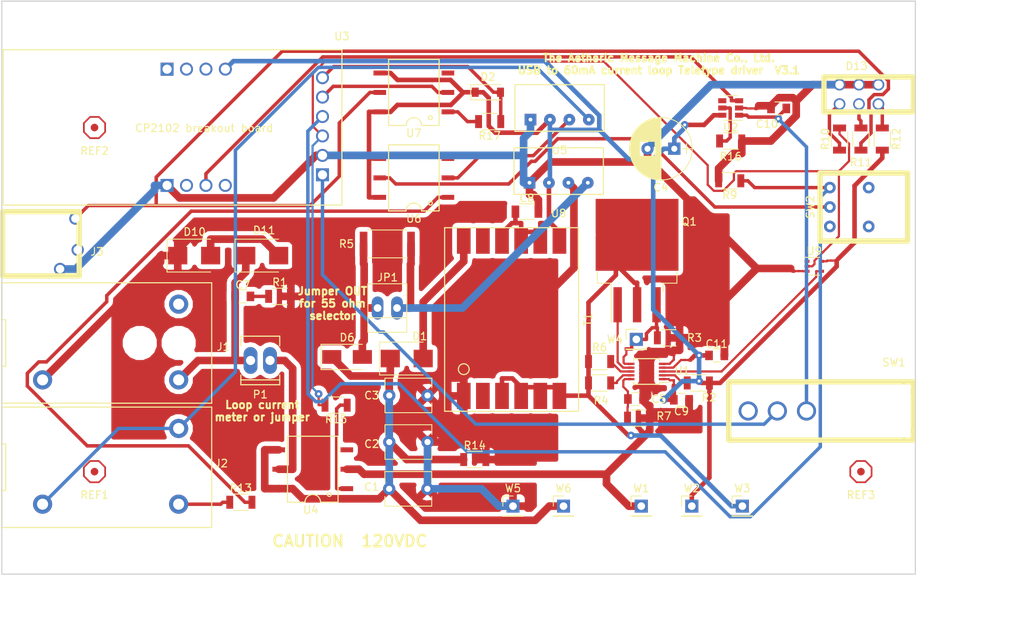
<source format=kicad_pcb>
(kicad_pcb (version 4) (host pcbnew 4.0.7-e1-6374~58~ubuntu16.04.1)
  (layers (0 F.Cu signal) (31 B.Cu signal) (34 B.Paste user) (35 F.Paste user) (36 B.SilkS user) (37 F.SilkS user) (38 B.Mask user) (39 F.Mask user) (44 Edge.Cuts user))
  (net 0 "")
  (net 1 GND)
  (net 2 /TxD)
  (net 3 /RxD)
  (net 4 "Net-(U5-Pad3)")
  (net 5 /HVNEG)
  (net 6 /HVPOS)
  (net 7 /ENABLE)
  (net 8 "Net-(C7-Pad2)")
  (net 9 "Net-(D1-Pad2)")
  (net 10 "Net-(D6-Pad2)")
  (net 11 "Net-(D10-Pad2)")
  (net 12 "Net-(D13-Pad2)")
  (net 13 "Net-(D13-Pad4)")
  (net 14 "Net-(D13-Pad6)")
  (net 15 "Net-(J2-PadS)")
  (net 16 "Net-(J2-PadT)")
  (net 17 "Net-(J3-PadT)")
  (net 18 "Net-(P1-Pad1)")
  (net 19 "Net-(R13-Pad2)")
  (net 20 "Net-(R15-Pad1)")
  (net 21 "Net-(R16-Pad1)")
  (net 22 "Net-(SW1-Pad2)")
  (net 23 "Net-(U3-Pad3-5)")
  (net 24 "Net-(JP1-Pad1)")
  (net 25 "Net-(C1-Pad1)")
  (net 26 "Net-(R17-Pad2)")
  (net 27 "Net-(R9-Pad1)")
  (net 28 "Net-(C10-Pad1)")
  (net 29 "Net-(D2-Pad2)")
  (net 30 "Net-(R2-Pad1)")
  (net 31 "Net-(R4-Pad2)")
  (net 32 "Net-(R6-Pad2)")
  (net 33 "Net-(U1-Pad3)")
  (net 34 "Net-(M3-Pad1)")
  (net 35 "Net-(M4-Pad2)")
  (net 36 "Net-(M5-Pad2)")
  (net 37 "Net-(M3-Pad2)")
  (net 38 "Net-(M2-Pad2)")
  (net 39 "Net-(M1-Pad2)")
  (net 40 "Net-(M7-Pad2)")
  (net 41 "Net-(C5-Pad1)")
  (net 42 "Net-(Q1-Pad1)")
  (net 43 /Vcc)
  (net 44 "Net-(Q1-Pad2)")
  (net 45 "Net-(M6-Pad2)")
  (module Utility:trace_narrower_0.3mm (layer F.Cu) (at 164.5 111.4)
    (fp_text reference M2)
    (fp_text value narrower_0.3mm hide)
    (fp_line (start -0.15 0) (end 0.3 0) (layer F.Cu) (width 0.29))
    (pad 2 smd rect (at -0.25 0) (size 0.29 0.29) (layers F.Cu) (net 38 "Net-(M2-Pad2)"))
    (pad 1 smd rect (at 0.45 0) (size 0.45 0.45) (layers F.Cu) (net 43 /Vcc))
  )
  (module Fiducials_SEEED:Fiducial_Image_Seeed_Top (layer F.Cu) (at 168.148 139)
    (fp_text reference REF3 (at 0 3.048) (layer F.SilkS))
    (fp_text value Fiducial_Image_Seeed hide)
    (pad ~ smd circle (at 0 0) (size 1 1) (layers F.Cu F.Mask) (clearance 1.5))
    (pad ~ smd trapezoid (at 0 -1.39) (size 1.19 0.225) (rect_delta 0 -0.06) (layers F.Cu F.Mask))
    (pad ~ smd trapezoid (at -0.982878 -0.982878 45) (size 1.19 0.225) (rect_delta 0 -0.06) (layers F.Cu F.Mask))
    (pad ~ smd trapezoid (at -1.39 0 90) (size 1.19 0.225) (rect_delta 0 -0.06) (layers F.Cu F.Mask))
    (pad ~ smd trapezoid (at -0.982878 0.982878 135) (size 1.19 0.225) (rect_delta 0 -0.06) (layers F.Cu F.Mask))
    (pad ~ smd trapezoid (at 0 1.39 180) (size 1.19 0.225) (rect_delta 0 -0.06) (layers F.Cu F.Mask))
    (pad ~ smd trapezoid (at 0.982878 0.982878 225) (size 1.19 0.225) (rect_delta 0 -0.06) (layers F.Cu F.Mask))
    (pad ~ smd trapezoid (at 1.39 0 270) (size 1.19 0.225) (rect_delta 0 -0.06) (layers F.Cu F.Mask))
    (pad ~ smd trapezoid (at 0.982878 -0.982878 315) (size 1.19 0.225) (rect_delta 0 -0.06) (layers F.Cu F.Mask))
  )
  (module Fiducials_SEEED:Fiducial_Image_Seeed_Top (layer F.Cu) (at 68 94)
    (fp_text reference REF2 (at 0 3.048) (layer F.SilkS))
    (fp_text value Fiducial_Image_Seeed hide)
    (pad ~ smd circle (at 0 0) (size 1 1) (layers F.Cu F.Mask) (clearance 1.5))
    (pad ~ smd trapezoid (at 0 -1.39) (size 1.19 0.225) (rect_delta 0 -0.06) (layers F.Cu F.Mask))
    (pad ~ smd trapezoid (at -0.982878 -0.982878 45) (size 1.19 0.225) (rect_delta 0 -0.06) (layers F.Cu F.Mask))
    (pad ~ smd trapezoid (at -1.39 0 90) (size 1.19 0.225) (rect_delta 0 -0.06) (layers F.Cu F.Mask))
    (pad ~ smd trapezoid (at -0.982878 0.982878 135) (size 1.19 0.225) (rect_delta 0 -0.06) (layers F.Cu F.Mask))
    (pad ~ smd trapezoid (at 0 1.39 180) (size 1.19 0.225) (rect_delta 0 -0.06) (layers F.Cu F.Mask))
    (pad ~ smd trapezoid (at 0.982878 0.982878 225) (size 1.19 0.225) (rect_delta 0 -0.06) (layers F.Cu F.Mask))
    (pad ~ smd trapezoid (at 1.39 0 270) (size 1.19 0.225) (rect_delta 0 -0.06) (layers F.Cu F.Mask))
    (pad ~ smd trapezoid (at 0.982878 -0.982878 315) (size 1.19 0.225) (rect_delta 0 -0.06) (layers F.Cu F.Mask))
  )
  (module Diodes_SMD:SMA_Standard (layer F.Cu) (at 101 124)
    (fp_text reference D6 (at 0 -2.54) (layer F.SilkS))
    (fp_text value D)
    (pad 1 smd rect (at -2 0) (size 2.5 1.8) (layers F.Cu F.Paste F.Mask) (net 25 "Net-(C1-Pad1)"))
    (pad 2 smd rect (at 2 0) (size 2.5 1.8) (layers F.Cu F.Paste F.Mask) (net 10 "Net-(D6-Pad2)"))
  )
  (module Diodes_SMD:SMB_Standard (layer F.Cu) (at 89.916 110.744)
    (fp_text reference D11 (at 0.254 -3.302) (layer F.SilkS))
    (fp_text value 120V)
    (pad 1 smd rect (at -2.15 0) (size 2.5 2.3) (layers F.Cu F.Paste F.Mask) (net 6 /HVPOS))
    (pad 2 smd rect (at 2.15 0) (size 2.5 2.3) (layers F.Cu F.Paste F.Mask) (net 11 "Net-(D10-Pad2)"))
  )
  (module Diodes_SMD:SMB_Standard (layer F.Cu) (at 81.026 110.744)
    (fp_text reference D10 (at 0.05 -3.1) (layer F.SilkS))
    (fp_text value 120V)
    (pad 1 smd rect (at -2.15 0) (size 2.5 2.3) (layers F.Cu F.Paste F.Mask) (net 5 /HVNEG))
    (pad 2 smd rect (at 2.15 0) (size 2.5 2.3) (layers F.Cu F.Paste F.Mask) (net 11 "Net-(D10-Pad2)"))
  )
  (module Capacitors_ThroughHole:CP_Radial_D8.0mm_P3.50mm (layer F.Cu) (at 143.764 96.774 180)
    (fp_text reference C4 (at 1.75 -5.06 180) (layer F.SilkS))
    (fp_text value 220uf)
    (pad 1 thru_hole rect (at 0 0 180) (size 1.6 1.6) (drill 0.8) (layers *.Cu *.Mask) (net 43 /Vcc))
    (pad 2 thru_hole circle (at 3.5 0 180) (size 1.6 1.6) (drill 0.8) (layers *.Cu *.Mask) (net 1 GND))
  )
  (module TO_SOT_Packages_SMD:SOT-353_SC-70-5 (layer F.Cu) (at 162.052 112.141)
    (fp_text reference U9 (at 0 -2) (layer F.SilkS))
    (fp_text value 74HC1GU04)
    (pad 1 smd rect (at -0.95 -0.65) (size 0.65 0.4) (layers F.Cu F.Paste F.Mask))
    (pad 3 smd rect (at -0.95 0.65) (size 0.65 0.4) (layers F.Cu F.Paste F.Mask) (net 40 "Net-(M7-Pad2)"))
    (pad 2 smd rect (at -0.95 0) (size 0.65 0.4) (layers F.Cu F.Paste F.Mask) (net 2 /TxD))
    (pad 4 smd rect (at 0.95 0.65) (size 0.65 0.4) (layers F.Cu F.Paste F.Mask) (net 33 "Net-(U1-Pad3)"))
    (pad 5 smd rect (at 0.95 -0.65) (size 0.65 0.4) (layers F.Cu F.Paste F.Mask) (net 38 "Net-(M2-Pad2)"))
  )
  (module Coilcraft:Coilcraft-DA2032-AL (layer F.Cu) (at 122.5 119.1 90)
    (fp_text reference T1 (at 0 10 90) (layer F.SilkS))
    (fp_text value Coilcraft-DA2032)
    (pad 1 smd rect (at -10 -6.25 90) (size 3.43 1.79) (layers F.Cu F.Paste F.Mask) (net 5 /HVNEG))
    (pad 2 smd rect (at -10 -3.75 90) (size 3.43 1.79) (layers F.Cu F.Paste F.Mask))
    (pad 3 smd rect (at -10 -1.25 90) (size 3.43 1.79) (layers F.Cu F.Paste F.Mask) (net 44 "Net-(Q1-Pad2)"))
    (pad 4 smd rect (at -10 1.25 90) (size 3.43 1.79) (layers F.Cu F.Paste F.Mask) (net 44 "Net-(Q1-Pad2)"))
    (pad 5 smd rect (at -10 3.75 90) (size 3.43 1.79) (layers F.Cu F.Paste F.Mask) (net 44 "Net-(Q1-Pad2)"))
    (pad 6 smd rect (at -10 6.25 90) (size 3.43 1.79) (layers F.Cu F.Paste F.Mask) (net 44 "Net-(Q1-Pad2)"))
    (pad 7 smd rect (at 10.31 6.25 90) (size 3.43 1.79) (layers F.Cu F.Paste F.Mask) (net 43 /Vcc))
    (pad 8 smd rect (at 10.31 3.75 90) (size 3.43 1.79) (layers F.Cu F.Paste F.Mask) (net 43 /Vcc))
    (pad 9 smd rect (at 10.31 1.25 90) (size 3.43 1.79) (layers F.Cu F.Paste F.Mask) (net 43 /Vcc))
    (pad 10 smd rect (at 10.31 -1.25 90) (size 3.43 1.79) (layers F.Cu F.Paste F.Mask) (net 43 /Vcc))
    (pad 11 smd rect (at 10.31 -3.75 90) (size 3.43 1.79) (layers F.Cu F.Paste F.Mask))
    (pad 12 smd rect (at 10.31 -6.25 90) (size 3.43 1.79) (layers F.Cu F.Paste F.Mask) (net 9 "Net-(D1-Pad2)"))
  )
  (module Capacitors_ThroughHole:C_Disc_D6.0mm_W4.4mm_P5.00mm (layer F.Cu) (at 106.5 141.25)
    (fp_text reference C1 (at -2.286 -0.254) (layer F.SilkS))
    (fp_text value 1uf)
    (pad 1 thru_hole circle (at 0 0) (size 1.6 1.6) (drill 0.8) (layers *.Cu *.Mask) (net 25 "Net-(C1-Pad1)"))
    (pad 2 thru_hole circle (at 5 0) (size 1.6 1.6) (drill 0.8) (layers *.Cu *.Mask) (net 5 /HVNEG))
  )
  (module Resistors_SMD:R_1206 (layer F.Cu) (at 146.9 127.4)
    (fp_text reference R2 (at 1.4 1.9) (layer F.SilkS))
    (fp_text value 100K)
    (pad 1 smd rect (at -1.45 0) (size 0.9 1.7) (layers F.Cu F.Paste F.Mask) (net 30 "Net-(R2-Pad1)"))
    (pad 2 smd rect (at 1.45 0) (size 0.9 1.7) (layers F.Cu F.Paste F.Mask) (net 43 /Vcc))
  )
  (module Diodes_SMD:D_SOD-123 (layer F.Cu) (at 119.405 89.3826)
    (fp_text reference D2 (at 0 -2) (layer F.SilkS))
    (fp_text value 1.8V)
    (pad 1 smd rect (at -1.65 0) (size 0.9 1.2) (layers F.Cu F.Paste F.Mask) (net 43 /Vcc))
    (pad 2 smd rect (at 1.65 0) (size 0.9 1.2) (layers F.Cu F.Paste F.Mask) (net 29 "Net-(D2-Pad2)"))
  )
  (module Capacitors_SMD:C_0805 (layer F.Cu) (at 157.4 91.5 180)
    (fp_text reference C10 (at 1.524 -2.032 180) (layer F.SilkS))
    (fp_text value 0.1uF)
    (pad 1 smd rect (at -1 0 180) (size 1 1.25) (layers F.Cu F.Paste F.Mask) (net 28 "Net-(C10-Pad1)"))
    (pad 2 smd rect (at 1 0 180) (size 1 1.25) (layers F.Cu F.Paste F.Mask) (net 1 GND))
  )
  (module Resistors_SMD:R_1206 (layer F.Cu) (at 119.634 93.218 180)
    (fp_text reference R17 (at 0 -1.85 180) (layer F.SilkS))
    (fp_text value 510)
    (pad 1 smd rect (at -1.45 0 180) (size 0.9 1.7) (layers F.Cu F.Paste F.Mask) (net 29 "Net-(D2-Pad2)"))
    (pad 2 smd rect (at 1.45 0 180) (size 0.9 1.7) (layers F.Cu F.Paste F.Mask) (net 26 "Net-(R17-Pad2)"))
  )
  (module Resistors_SMD:R_2512 (layer F.Cu) (at 106.26 109.22)
    (fp_text reference R5 (at -5.334 0) (layer F.SilkS))
    (fp_text value 150)
    (pad 1 smd rect (at -3.1 0) (size 1 3.2) (layers F.Cu F.Paste F.Mask) (net 10 "Net-(D6-Pad2)"))
    (pad 2 smd rect (at 3.1 0) (size 1 3.2) (layers F.Cu F.Paste F.Mask) (net 24 "Net-(JP1-Pad1)"))
  )
  (module Mounting_Holes:MountingHole_2.5mm (layer F.Cu) (at 170.18 148.59)
    (fp_text reference H3 hide)
    (fp_text value MountingHole_2.5mm hide)
    (pad 1 np_thru_hole circle (at 0 0) (size 2.5 2.5) (drill 2.5) (layers *.Cu *.Mask))
  )
  (module Mounting_Holes:MountingHole_2.5mm (layer F.Cu) (at 170.18 81.026)
    (fp_text reference H4 hide)
    (fp_text value MountingHole_2.5mm hide)
    (pad 1 np_thru_hole circle (at 0 0) (size 2.5 2.5) (drill 2.5) (layers *.Cu *.Mask))
  )
  (module Mounting_Holes:MountingHole_2.5mm (layer F.Cu) (at 60.96 148.59)
    (fp_text reference H2 hide)
    (fp_text value MountingHole_2.5mm hide)
    (pad 1 np_thru_hole circle (at 0 0) (size 2.5 2.5) (drill 2.5) (layers *.Cu *.Mask))
  )
  (module Mounting_Holes:MountingHole_2.5mm (layer F.Cu) (at 60.96 81.026)
    (fp_text reference H1 hide)
    (fp_text value MountingHole_2.5mm hide)
    (pad 1 np_thru_hole circle (at 0 0) (size 2.5 2.5) (drill 2.5) (layers *.Cu *.Mask))
  )
  (module Pin_Headers:Pin_Header_Straight_1x01_Pitch2.54mm (layer F.Cu) (at 122.682 143.51)
    (fp_text reference W5 (at 0 -2.33) (layer F.SilkS))
    (fp_text value TEST_1P)
    (pad 1 thru_hole rect (at 0 0) (size 1.7 1.7) (drill 1) (layers *.Cu *.Mask) (net 5 /HVNEG))
  )
  (module Pin_Headers:Pin_Header_Straight_1x01_Pitch2.54mm (layer F.Cu) (at 152.654 143.51)
    (fp_text reference W3 (at 0 -2.33) (layer F.SilkS))
    (fp_text value TEST_1P)
    (pad 1 thru_hole rect (at 0 0) (size 1.7 1.7) (drill 1) (layers *.Cu *.Mask) (net 44 "Net-(Q1-Pad2)"))
  )
  (module Pin_Headers:Pin_Header_Straight_1x01_Pitch2.54mm (layer F.Cu) (at 139.446 143.51)
    (fp_text reference W1 (at 0 -2.33) (layer F.SilkS))
    (fp_text value TEST_1P)
    (pad 1 thru_hole rect (at 0 0) (size 1.7 1.7) (drill 1) (layers *.Cu *.Mask) (net 1 GND))
  )
  (module Resistors_SMD:R_1206 (layer F.Cu) (at 151.003 100.965 180)
    (fp_text reference R9 (at 0 -1.85 180) (layer F.SilkS))
    (fp_text value 1K)
    (pad 1 smd rect (at -1.45 0 180) (size 0.9 1.7) (layers F.Cu F.Paste F.Mask) (net 27 "Net-(R9-Pad1)"))
    (pad 2 smd rect (at 1.45 0 180) (size 0.9 1.7) (layers F.Cu F.Paste F.Mask) (net 1 GND))
  )
  (module Capacitors_ThroughHole:C_Disc_D6.0mm_W4.4mm_P5.00mm (layer F.Cu) (at 106.514 135.128)
    (fp_text reference C2 (at -2.286 0.254) (layer F.SilkS))
    (fp_text value 1uf)
    (pad 1 thru_hole circle (at 0 0) (size 1.6 1.6) (drill 0.8) (layers *.Cu *.Mask) (net 25 "Net-(C1-Pad1)"))
    (pad 2 thru_hole circle (at 5 0) (size 1.6 1.6) (drill 0.8) (layers *.Cu *.Mask) (net 5 /HVNEG))
  )
  (module Sockets_MOLEX_KK-System:Socket_MOLEX-KK-RM2-54mm_Lock_2pin_straight (layer F.Cu) (at 89.662 124.46 180)
    (fp_text reference P1 (at 0 -4.445 180) (layer F.SilkS))
    (fp_text value CONN_01X02)
    (pad 1 thru_hole oval (at -1.27 0 180) (size 1.80086 3.50012) (drill 1.19888) (layers *.Cu *.Mask) (net 18 "Net-(P1-Pad1)"))
    (pad 2 thru_hole oval (at 1.27 0 180) (size 1.80086 3.50012) (drill 1.19888) (layers *.Cu *.Mask) (net 6 /HVPOS))
  )
  (module Connect:PINHEAD1-2 (layer F.Cu) (at 107.53 117.602 180)
    (fp_text reference JP1 (at 1.23 4.002 180) (layer F.SilkS))
    (fp_text value Jumper)
    (pad 1 thru_hole oval (at 0 0 180) (size 1.51 3.01) (drill 1) (layers *.Cu *.Mask) (net 24 "Net-(JP1-Pad1)"))
    (pad 2 thru_hole oval (at 2.54 0 180) (size 1.51 3.01) (drill 1) (layers *.Cu *.Mask) (net 10 "Net-(D6-Pad2)"))
  )
  (module cp2102:CP2102-breakout (layer F.Cu) (at 100.33 83.82 180)
    (fp_text reference U3 (at 0 1.75 180) (layer F.SilkS))
    (fp_text value CP2102-breakout)
    (fp_text user "CP2102 breakout board" (at 18 -10.25 180) (layer F.SilkS))
    (pad "" np_thru_hole circle (at 34.25 -2.5 180) (size 2 2) (drill 2) (layers *.Cu *.Mask))
    (pad "" np_thru_hole circle (at 34.25 -17.75 180) (size 2 2) (drill 2) (layers *.Cu *.Mask))
    (pad 2-4 thru_hole circle (at 15.23 -2.54 180) (size 1.7 1.7) (drill 1.2) (layers *.Cu *.Mask) (net 43 /Vcc))
    (pad 1-4 thru_hole circle (at 15.24 -17.746 180) (size 1.7 1.7) (drill 1.2) (layers *.Cu *.Mask))
    (pad 2-3 thru_hole circle (at 17.77 -2.54 180) (size 1.7 1.7) (drill 1.2) (layers *.Cu *.Mask))
    (pad 2-2 thru_hole circle (at 20.31 -2.54 180) (size 1.7 1.7) (drill 1.2) (layers *.Cu *.Mask))
    (pad 2-1 thru_hole rect (at 22.85 -2.55 180) (size 1.7 1.7) (drill 1.2) (layers *.Cu *.Mask))
    (pad 1-3 thru_hole circle (at 17.77 -17.746 180) (size 1.7 1.7) (drill 1.2) (layers *.Cu *.Mask) (net 7 /ENABLE))
    (pad 1-2 thru_hole circle (at 20.31 -17.746 180) (size 1.7 1.7) (drill 1.2) (layers *.Cu *.Mask))
    (pad 1-1 thru_hole rect (at 22.85 -17.746 180) (size 1.7 1.7) (drill 1.2) (layers *.Cu *.Mask) (net 1 GND))
    (pad 3-6 thru_hole circle (at 2.54 -3.66 180) (size 1.7 1.7) (drill 1.2) (layers *.Cu *.Mask) (net 29 "Net-(D2-Pad2)"))
    (pad 3-5 thru_hole circle (at 2.54 -6.2 180) (size 1.7 1.7) (drill 1.2) (layers *.Cu *.Mask) (net 23 "Net-(U3-Pad3-5)"))
    (pad 3-4 thru_hole circle (at 2.54 -8.74 180) (size 1.7 1.7) (drill 1.2) (layers *.Cu *.Mask) (net 27 "Net-(R9-Pad1)"))
    (pad 3-3 thru_hole circle (at 2.54 -11.28 180) (size 1.7 1.7) (drill 1.2) (layers *.Cu *.Mask) (net 2 /TxD))
    (pad 3-2 thru_hole circle (at 2.54 -13.82 180) (size 1.7 1.7) (drill 1.2) (layers *.Cu *.Mask) (net 1 GND))
    (pad 3-1 thru_hole rect (at 2.54 -16.36 180) (size 1.7 1.7) (drill 1.2) (layers *.Cu *.Mask) (net 22 "Net-(SW1-Pad2)"))
  )
  (module DC-DC:IE0524S (layer F.Cu) (at 128.778 92.964)
    (fp_text reference U5 (at 0 4) (layer F.SilkS))
    (fp_text value IE0524S)
    (pad 1 thru_hole rect (at -3.81 0) (size 1.524 1.524) (drill 0.5) (layers *.Cu *.Mask) (net 1 GND))
    (pad 2 thru_hole circle (at -1.27 0) (size 1.524 1.524) (drill 0.5) (layers *.Cu *.Mask) (net 43 /Vcc))
    (pad 3 thru_hole circle (at 1.27 0) (size 1.524 1.524) (drill 0.5) (layers *.Cu *.Mask) (net 4 "Net-(U5-Pad3)"))
    (pad 4 thru_hole circle (at 3.81 0) (size 1.524 1.524) (drill 0.5) (layers *.Cu *.Mask) (net 15 "Net-(J2-PadS)"))
  )
  (module Capacitors_SMD:C_0805 (layer F.Cu) (at 87.376 116.078)
    (fp_text reference C7 (at 0 -1.5) (layer F.SilkS))
    (fp_text value 1000pf)
    (pad 1 smd rect (at -1 0) (size 1 1.25) (layers F.Cu F.Paste F.Mask) (net 6 /HVPOS))
    (pad 2 smd rect (at 1 0) (size 1 1.25) (layers F.Cu F.Paste F.Mask) (net 8 "Net-(C7-Pad2)"))
  )
  (module Switchcraft:Switchcraft-SN37A12A (layer F.Cu) (at 61.214 122.174 180)
    (fp_text reference J1 (at -23.622 -0.508 180) (layer F.SilkS))
    (fp_text value "PRINTER JACK")
    (pad "" np_thru_hole circle (at 0 0 180) (size 3.25 3.25) (drill 3.25) (layers *.Cu *.Mask))
    (pad "" np_thru_hole circle (at -12.7 0 180) (size 3.25 3.25) (drill 3.25) (layers *.Cu *.Mask))
    (pad "" np_thru_hole circle (at -17.78 0 180) (size 3.25 3.25) (drill 3.25) (layers *.Cu *.Mask))
    (pad S thru_hole circle (at 0 -4.826 180) (size 2.5 2.5) (drill 1.45) (layers *.Cu *.Mask) (net 5 /HVNEG))
    (pad T thru_hole circle (at -17.78 -4.826 180) (size 2.5 2.5) (drill 1.45) (layers *.Cu *.Mask) (net 6 /HVPOS))
    (pad TB thru_hole circle (at -17.78 5.08 180) (size 2.5 2.5) (drill 1.45) (layers *.Cu *.Mask))
  )
  (module Switchcraft:Switchcraft-SN37A12A (layer F.Cu) (at 61.214 138.43 180)
    (fp_text reference J2 (at -23.368 0.508 180) (layer F.SilkS))
    (fp_text value "KEYBOARD JACK")
    (pad "" np_thru_hole circle (at 0 0 180) (size 3.25 3.25) (drill 3.25) (layers *.Cu *.Mask))
    (pad "" np_thru_hole circle (at -12.7 0 180) (size 3.25 3.25) (drill 3.25) (layers *.Cu *.Mask))
    (pad "" np_thru_hole circle (at -17.78 0 180) (size 3.25 3.25) (drill 3.25) (layers *.Cu *.Mask))
    (pad S thru_hole circle (at 0 -4.826 180) (size 2.5 2.5) (drill 1.45) (layers *.Cu *.Mask) (net 15 "Net-(J2-PadS)"))
    (pad T thru_hole circle (at -17.78 -4.826 180) (size 2.5 2.5) (drill 1.45) (layers *.Cu *.Mask) (net 16 "Net-(J2-PadT)"))
    (pad TB thru_hole circle (at -17.78 5.08 180) (size 2.5 2.5) (drill 1.45) (layers *.Cu *.Mask) (net 15 "Net-(J2-PadS)"))
  )
  (module CUI:MJ-2509N (layer F.Cu) (at 56 110 270)
    (fp_text reference J3 (at 0.236 -12.326 360) (layer F.SilkS))
    (fp_text value "MOTOR CTL RELAY JACK")
    (pad "" np_thru_hole circle (at -3 -4 270) (size 1.6 1.6) (drill 1.6) (layers *.Cu *.Mask))
    (pad "" np_thru_hole circle (at 2 -4 270) (size 1.6 1.6) (drill 1.6) (layers *.Cu *.Mask))
    (pad TS thru_hole circle (at 0 -9.8 270) (size 1.6 1.6) (drill 1.1) (layers *.Cu *.Mask))
    (pad S thru_hole circle (at 2.5 -7.5 270) (size 1.6 1.6) (drill 1.1) (layers *.Cu *.Mask) (net 1 GND))
    (pad T thru_hole circle (at -4.1 -9.5 270) (size 1.6 1.6) (drill 1.1) (layers *.Cu *.Mask) (net 17 "Net-(J3-PadT)"))
  )
  (module Resistors_SMD:R_1206 (layer F.Cu) (at 170.942 95.504 270)
    (fp_text reference R12 (at 0 -1.85 270) (layer F.SilkS))
    (fp_text value 390)
    (pad 1 smd rect (at -1.45 0 270) (size 0.9 1.7) (layers F.Cu F.Paste F.Mask) (net 12 "Net-(D13-Pad2)"))
    (pad 2 smd rect (at 1.45 0 270) (size 0.9 1.7) (layers F.Cu F.Paste F.Mask) (net 43 /Vcc))
  )
  (module Resistors_SMD:R_1206 (layer F.Cu) (at 87.122 143.002)
    (fp_text reference R13 (at 0 -1.85) (layer F.SilkS))
    (fp_text value 3.3K)
    (pad 1 smd rect (at -1.45 0) (size 0.9 1.7) (layers F.Cu F.Paste F.Mask) (net 16 "Net-(J2-PadT)"))
    (pad 2 smd rect (at 1.45 0) (size 0.9 1.7) (layers F.Cu F.Paste F.Mask) (net 19 "Net-(R13-Pad2)"))
  )
  (module Resistors_SMD:R_1206 (layer F.Cu) (at 117.69 137.414)
    (fp_text reference R14 (at 0 -1.85) (layer F.SilkS))
    (fp_text value 1M)
    (pad 1 smd rect (at -1.45 0) (size 0.9 1.7) (layers F.Cu F.Paste F.Mask) (net 25 "Net-(C1-Pad1)"))
    (pad 2 smd rect (at 1.45 0) (size 0.9 1.7) (layers F.Cu F.Paste F.Mask) (net 5 /HVNEG))
  )
  (module Resistors_SMD:R_1206 (layer F.Cu) (at 99.568 130.302 180)
    (fp_text reference R15 (at 0 -1.85 180) (layer F.SilkS))
    (fp_text value 560)
    (pad 1 smd rect (at -1.45 0 180) (size 0.9 1.7) (layers F.Cu F.Paste F.Mask) (net 20 "Net-(R15-Pad1)"))
    (pad 2 smd rect (at 1.45 0 180) (size 0.9 1.7) (layers F.Cu F.Paste F.Mask) (net 2 /TxD))
  )
  (module Resistors_SMD:R_1206 (layer F.Cu) (at 151.13 95.758)
    (fp_text reference R16 (at 0 2.032) (layer F.SilkS))
    (fp_text value 53.6K)
    (pad 1 smd rect (at -1.45 0) (size 0.9 1.7) (layers F.Cu F.Paste F.Mask) (net 21 "Net-(R16-Pad1)"))
    (pad 2 smd rect (at 1.45 0) (size 0.9 1.7) (layers F.Cu F.Paste F.Mask) (net 1 GND))
  )
  (module NKK:Toggle-M2012SA2W40 (layer F.Cu) (at 173.736 131.064 180)
    (fp_text reference SW1 (at 1.27 6.35 180) (layer F.SilkS))
    (fp_text value Switch_SPDT)
    (pad "" np_thru_hole circle (at 0 -2.54 180) (size 1.8 1.8) (drill 1.8) (layers *.Cu *.Mask))
    (pad "" np_thru_hole circle (at 0 2.54 180) (size 1.8 1.8) (drill 1.8) (layers *.Cu *.Mask))
    (pad 1 thru_hole circle (at 12.7 0 180) (size 2.5 2.5) (drill 1.8) (layers *.Cu *.Mask) (net 28 "Net-(C10-Pad1)"))
    (pad 2 thru_hole circle (at 16.51 0 180) (size 2.5 2.5) (drill 1.8) (layers *.Cu *.Mask) (net 22 "Net-(SW1-Pad2)"))
    (pad 3 thru_hole circle (at 20.32 0 180) (size 2.5 2.5) (drill 1.8) (layers *.Cu *.Mask))
  )
  (module DC-DC:IE0524S (layer F.Cu) (at 128.651 101.219)
    (fp_text reference U8 (at 0 4) (layer F.SilkS))
    (fp_text value IE0512S)
    (pad 1 thru_hole rect (at -3.81 0) (size 1.524 1.524) (drill 0.5) (layers *.Cu *.Mask) (net 1 GND))
    (pad 2 thru_hole circle (at -1.27 0) (size 1.524 1.524) (drill 0.5) (layers *.Cu *.Mask) (net 43 /Vcc))
    (pad 3 thru_hole circle (at 1.27 0) (size 1.524 1.524) (drill 0.5) (layers *.Cu *.Mask) (net 5 /HVNEG))
    (pad 4 thru_hole circle (at 3.81 0) (size 1.524 1.524) (drill 0.5) (layers *.Cu *.Mask) (net 24 "Net-(JP1-Pad1)"))
  )
  (module Resistors_SMD:R_1206 (layer F.Cu) (at 92.202 116.078)
    (fp_text reference R1 (at 0 -1.85) (layer F.SilkS))
    (fp_text value 10)
    (pad 1 smd rect (at -1.45 0) (size 0.9 1.7) (layers F.Cu F.Paste F.Mask) (net 8 "Net-(C7-Pad2)"))
    (pad 2 smd rect (at 1.45 0) (size 0.9 1.7) (layers F.Cu F.Paste F.Mask) (net 5 /HVNEG))
  )
  (module Resistors_SMD:R_1206 (layer F.Cu) (at 143 121.5)
    (fp_text reference R3 (at 3.4 0) (layer F.SilkS))
    (fp_text value 91m)
    (pad 1 smd rect (at -1.45 0) (size 0.9 1.7) (layers F.Cu F.Paste F.Mask) (net 34 "Net-(M3-Pad1)"))
    (pad 2 smd rect (at 1.45 0) (size 0.9 1.7) (layers F.Cu F.Paste F.Mask) (net 1 GND))
  )
  (module Resistors_SMD:R_1206 (layer F.Cu) (at 134 127.4)
    (fp_text reference R4 (at 0.2 2.3) (layer F.SilkS))
    (fp_text value 23K)
    (pad 1 smd rect (at -1.45 0) (size 0.9 1.7) (layers F.Cu F.Paste F.Mask) (net 44 "Net-(Q1-Pad2)"))
    (pad 2 smd rect (at 1.45 0) (size 0.9 1.7) (layers F.Cu F.Paste F.Mask) (net 31 "Net-(R4-Pad2)"))
  )
  (module Resistors_SMD:R_1206 (layer F.Cu) (at 134 124.6)
    (fp_text reference R6 (at 0 -1.85) (layer F.SilkS))
    (fp_text value 43K)
    (pad 1 smd rect (at -1.45 0) (size 0.9 1.7) (layers F.Cu F.Paste F.Mask) (net 44 "Net-(Q1-Pad2)"))
    (pad 2 smd rect (at 1.45 0) (size 0.9 1.7) (layers F.Cu F.Paste F.Mask) (net 32 "Net-(R6-Pad2)"))
  )
  (module Resistors_SMD:R_1206 (layer F.Cu) (at 139.1 132)
    (fp_text reference R7 (at 3.302 -0.254) (layer F.SilkS))
    (fp_text value 2.49K)
    (pad 1 smd rect (at -1.45 0) (size 0.9 1.7) (layers F.Cu F.Paste F.Mask) (net 41 "Net-(C5-Pad1)"))
    (pad 2 smd rect (at 1.45 0) (size 0.9 1.7) (layers F.Cu F.Paste F.Mask) (net 1 GND))
  )
  (module Resistors_SMD:R_1206 (layer F.Cu) (at 165.354 95.504 90)
    (fp_text reference R10 (at 0 -1.85 90) (layer F.SilkS))
    (fp_text value 390)
    (pad 1 smd rect (at -1.45 0 90) (size 0.9 1.7) (layers F.Cu F.Paste F.Mask) (net 14 "Net-(D13-Pad6)"))
    (pad 2 smd rect (at 1.45 0 90) (size 0.9 1.7) (layers F.Cu F.Paste F.Mask) (net 2 /TxD))
  )
  (module Resistors_SMD:R_1206 (layer F.Cu) (at 168.148 95.504 270)
    (fp_text reference R11 (at 3.048 0 360) (layer F.SilkS))
    (fp_text value 390)
    (pad 1 smd rect (at -1.45 0 270) (size 0.9 1.7) (layers F.Cu F.Paste F.Mask) (net 13 "Net-(D13-Pad4)"))
    (pad 2 smd rect (at 1.45 0 270) (size 0.9 1.7) (layers F.Cu F.Paste F.Mask) (net 17 "Net-(J3-PadT)"))
  )
  (module TO_SOT_Packages_SMD:SOT-23-6 (layer F.Cu) (at 151.13 91.44 180)
    (fp_text reference U2 (at 0 -2.54 180) (layer F.SilkS))
    (fp_text value AP2553W6)
    (pad 1 smd rect (at -1.1 -0.95 180) (size 1.06 0.65) (layers F.Cu F.Paste F.Mask) (net 28 "Net-(C10-Pad1)"))
    (pad 2 smd rect (at -1.1 0 180) (size 1.06 0.65) (layers F.Cu F.Paste F.Mask) (net 45 "Net-(M6-Pad2)"))
    (pad 3 smd rect (at -1.1 0.95 180) (size 1.06 0.65) (layers F.Cu F.Paste F.Mask) (net 7 /ENABLE))
    (pad 4 smd rect (at 1.1 0.95 180) (size 1.06 0.65) (layers F.Cu F.Paste F.Mask))
    (pad 6 smd rect (at 1.1 -0.95 180) (size 1.06 0.65) (layers F.Cu F.Paste F.Mask) (net 43 /Vcc))
    (pad 5 smd rect (at 1.1 0 180) (size 1.06 0.65) (layers F.Cu F.Paste F.Mask) (net 21 "Net-(R16-Pad1)"))
  )
  (module NKK:BB15AH-FA (layer F.Cu) (at 169.164 104.394 90)
    (fp_text reference SW2 (at 0 -7.62 90) (layer F.SilkS))
    (fp_text value Button_SPDT)
    (pad 1 thru_hole circle (at -2.54 -5.08 90) (size 1.524 1.524) (drill 0.8) (layers *.Cu *.Mask))
    (pad "" np_thru_hole circle (at -2.54 0 90) (size 1.524 1.524) (drill 0.8) (layers *.Cu *.Mask))
    (pad 2 thru_hole circle (at 0 -5.08 90) (size 1.524 1.524) (drill 0.8) (layers *.Cu *.Mask) (net 3 /RxD))
    (pad 3 thru_hole circle (at 2.54 -5.08 90) (size 1.524 1.524) (drill 0.8) (layers *.Cu *.Mask) (net 27 "Net-(R9-Pad1)"))
    (pad "" np_thru_hole circle (at 2.54 0 90) (size 1.524 1.524) (drill 0.8) (layers *.Cu *.Mask))
  )
  (module Dialite:564-0100 (layer F.Cu) (at 167.894 89.662 180)
    (fp_text reference D13 (at 0.3 3.7 180) (layer F.SilkS))
    (fp_text value LED_3)
    (pad 2 thru_hole circle (at -2.54 -1.27 180) (size 1.524 1.524) (drill 1.1) (layers *.Cu *.Mask) (net 12 "Net-(D13-Pad2)"))
    (pad 4 thru_hole circle (at 0 -1.27 180) (size 1.524 1.524) (drill 1.1) (layers *.Cu *.Mask) (net 13 "Net-(D13-Pad4)"))
    (pad 6 thru_hole circle (at 2.54 -1.27 180) (size 1.524 1.524) (drill 1.1) (layers *.Cu *.Mask) (net 14 "Net-(D13-Pad6)"))
    (pad 5 thru_hole circle (at 2.54 1.27 180) (size 1.524 1.524) (drill 1.1) (layers *.Cu *.Mask) (net 1 GND))
    (pad 3 thru_hole circle (at 0 1.27 180) (size 1.524 1.524) (drill 1.1) (layers *.Cu *.Mask) (net 1 GND))
    (pad 1 thru_hole circle (at -2.54 1.27 180) (size 1.524 1.524) (drill 1.1) (layers *.Cu *.Mask) (net 1 GND))
  )
  (module TO_SOT_Packages_SMD:TO-263-3_TabPin2 (layer F.Cu) (at 138.9 111.4 90)
    (fp_text reference Q1 (at 5.1 6.8 180) (layer F.SilkS))
    (fp_text value IRL530NS)
    (pad 1 smd rect (at -5.775 -2.54 90) (size 4.6 1.1) (layers F.Cu F.Paste F.Mask) (net 42 "Net-(Q1-Pad1)"))
    (pad 2 smd rect (at -5.775 0 90) (size 4.6 1.1) (layers F.Cu F.Paste F.Mask) (net 44 "Net-(Q1-Pad2)"))
    (pad 3 smd rect (at -5.775 2.54 90) (size 4.6 1.1) (layers F.Cu F.Paste F.Mask) (net 34 "Net-(M3-Pad1)"))
    (pad 2 smd rect (at 3.375 0 90) (size 9.4 10.8) (layers F.Cu F.Mask) (net 44 "Net-(Q1-Pad2)"))
    (pad 2 smd rect (at 5.8 2.775 90) (size 4.55 5.25) (layers F.Cu F.Paste) (net 44 "Net-(Q1-Pad2)"))
    (pad 2 smd rect (at 0.95 -2.775 90) (size 4.55 5.25) (layers F.Cu F.Paste) (net 44 "Net-(Q1-Pad2)"))
    (pad 2 smd rect (at 5.8 -2.775 90) (size 4.55 5.25) (layers F.Cu F.Paste) (net 44 "Net-(Q1-Pad2)"))
    (pad 2 smd rect (at 0.95 2.775 90) (size 4.55 5.25) (layers F.Cu F.Paste) (net 44 "Net-(Q1-Pad2)"))
  )
  (module Capacitors_ThroughHole:C_Disc_D6.0mm_W4.4mm_P5.00mm (layer F.Cu) (at 106.514 129.032)
    (fp_text reference C3 (at -2.286 0) (layer F.SilkS))
    (fp_text value 1uf)
    (pad 1 thru_hole circle (at 0 0) (size 1.6 1.6) (drill 0.8) (layers *.Cu *.Mask) (net 25 "Net-(C1-Pad1)"))
    (pad 2 thru_hole circle (at 5 0) (size 1.6 1.6) (drill 0.8) (layers *.Cu *.Mask) (net 5 /HVNEG))
  )
  (module Capacitors_SMD:C_0805 (layer F.Cu) (at 138.7 129.5)
    (fp_text reference C5 (at 3.048 0) (layer F.SilkS))
    (fp_text value 100pf)
    (pad 1 smd rect (at -1 0) (size 1 1.25) (layers F.Cu F.Paste F.Mask) (net 41 "Net-(C5-Pad1)"))
    (pad 2 smd rect (at 1 0) (size 1 1.25) (layers F.Cu F.Paste F.Mask) (net 1 GND))
  )
  (module SMD_Misc:DIP-6_SMD (layer F.Cu) (at 96.52 138.684 90)
    (fp_text reference U4 (at -5.334 -0.254 180) (layer F.SilkS))
    (fp_text value CPC1510G)
    (pad 1 smd rect (at -2.54 4.45 90) (size 0.65 1.65) (layers F.Cu F.Paste F.Mask) (net 20 "Net-(R15-Pad1)"))
    (pad 2 smd rect (at 0 4.45 90) (size 0.65 1.65) (layers F.Cu F.Paste F.Mask) (net 1 GND))
    (pad 3 smd rect (at 2.54 4.45 90) (size 0.65 1.65) (layers F.Cu F.Paste F.Mask))
    (pad 4 smd rect (at 2.54 -4.45 90) (size 0.65 1.65) (layers F.Cu F.Paste F.Mask) (net 25 "Net-(C1-Pad1)"))
    (pad 5 smd rect (at 0 -4.45 90) (size 0.65 1.65) (layers F.Cu F.Paste F.Mask) (net 18 "Net-(P1-Pad1)"))
    (pad 6 smd rect (at -2.54 -4.45 90) (size 0.65 1.65) (layers F.Cu F.Paste F.Mask) (net 25 "Net-(C1-Pad1)"))
  )
  (module SMD_Misc:DIP-6_SMD (layer F.Cu) (at 109.728 100.584 90)
    (fp_text reference U6 (at -5.334 0 180) (layer F.SilkS))
    (fp_text value CPC1510G)
    (pad 1 smd rect (at -2.54 4.45 90) (size 0.65 1.65) (layers F.Cu F.Paste F.Mask) (net 19 "Net-(R13-Pad2)"))
    (pad 2 smd rect (at 0 4.45 90) (size 0.65 1.65) (layers F.Cu F.Paste F.Mask) (net 4 "Net-(U5-Pad3)"))
    (pad 3 smd rect (at 2.54 4.45 90) (size 0.65 1.65) (layers F.Cu F.Paste F.Mask))
    (pad 4 smd rect (at 2.54 -4.45 90) (size 0.65 1.65) (layers F.Cu F.Paste F.Mask) (net 43 /Vcc))
    (pad 5 smd rect (at 0 -4.45 90) (size 0.65 1.65) (layers F.Cu F.Paste F.Mask) (net 3 /RxD))
    (pad 6 smd rect (at -2.54 -4.45 90) (size 0.65 1.65) (layers F.Cu F.Paste F.Mask) (net 43 /Vcc))
  )
  (module SMD_Misc:DIP-6_SMD (layer F.Cu) (at 109.728 89.408 90)
    (fp_text reference U7 (at -5.334 0 180) (layer F.SilkS))
    (fp_text value CPC1510G)
    (pad 1 smd rect (at -2.54 4.45 90) (size 0.65 1.65) (layers F.Cu F.Paste F.Mask) (net 26 "Net-(R17-Pad2)"))
    (pad 2 smd rect (at 0 4.45 90) (size 0.65 1.65) (layers F.Cu F.Paste F.Mask) (net 23 "Net-(U3-Pad3-5)"))
    (pad 3 smd rect (at 2.54 4.45 90) (size 0.65 1.65) (layers F.Cu F.Paste F.Mask))
    (pad 4 smd rect (at 2.54 -4.45 90) (size 0.65 1.65) (layers F.Cu F.Paste F.Mask) (net 43 /Vcc))
    (pad 5 smd rect (at 0 -4.45 90) (size 0.65 1.65) (layers F.Cu F.Paste F.Mask) (net 17 "Net-(J3-PadT)"))
    (pad 6 smd rect (at -2.54 -4.45 90) (size 0.65 1.65) (layers F.Cu F.Paste F.Mask) (net 43 /Vcc))
  )
  (module Pin_Headers:Pin_Header_Straight_1x01_Pitch2.54mm (layer F.Cu) (at 146.05 143.51)
    (fp_text reference W2 (at 0 -2.33) (layer F.SilkS))
    (fp_text value TEST_1P)
    (pad 1 thru_hole rect (at 0 0) (size 1.7 1.7) (drill 1) (layers *.Cu *.Mask) (net 43 /Vcc))
  )
  (module Pin_Headers:Pin_Header_Straight_1x01_Pitch2.54mm (layer F.Cu) (at 138.8 121.7)
    (fp_text reference W4 (at -2.8 0) (layer F.SilkS))
    (fp_text value TEST_1P)
    (pad 1 thru_hole rect (at 0 0) (size 1.7 1.7) (drill 1) (layers *.Cu *.Mask) (net 34 "Net-(M3-Pad1)"))
  )
  (module Pin_Headers:Pin_Header_Straight_1x01_Pitch2.54mm (layer F.Cu) (at 129.286 143.51)
    (fp_text reference W6 (at 0 -2.33) (layer F.SilkS))
    (fp_text value TEST_1P)
    (pad 1 thru_hole rect (at 0 0) (size 1.7 1.7) (drill 1) (layers *.Cu *.Mask) (net 25 "Net-(C1-Pad1)"))
  )
  (module Utility:trace_narrower_0.3mm (layer F.Cu) (at 143.7 124.1 90)
    (fp_text reference M1)
    (fp_text value narrower_0.3mm hide)
    (fp_line (start -0.15 0) (end 0.3 0) (layer F.Cu) (width 0.29))
    (pad 2 smd rect (at -0.25 0 90) (size 0.29 0.29) (layers F.Cu) (net 39 "Net-(M1-Pad2)"))
    (pad 1 smd rect (at 0.45 0 90) (size 0.45 0.45) (layers F.Cu) (net 1 GND))
  )
  (module Utility:trace_narrower_0.3mm (layer F.Cu) (at 145.4 124.4)
    (fp_text reference M5)
    (fp_text value narrower_0.3mm hide)
    (fp_line (start -0.15 0) (end 0.3 0) (layer F.Cu) (width 0.29))
    (pad 2 smd rect (at -0.25 0) (size 0.29 0.29) (layers F.Cu) (net 36 "Net-(M5-Pad2)"))
    (pad 1 smd rect (at 0.45 0) (size 0.45 0.45) (layers F.Cu) (net 43 /Vcc))
  )
  (module Utility:trace_narrower_0.3mm (layer F.Cu) (at 143.7 127.3 270)
    (fp_text reference M4)
    (fp_text value narrower_0.3mm hide)
    (fp_line (start -0.15 0) (end 0.3 0) (layer F.Cu) (width 0.29))
    (pad 2 smd rect (at -0.25 0 270) (size 0.29 0.29) (layers F.Cu) (net 35 "Net-(M4-Pad2)"))
    (pad 1 smd rect (at 0.45 0 270) (size 0.45 0.45) (layers F.Cu) (net 43 /Vcc))
  )
  (module Utility:trace_narrower_0.3mm (layer F.Cu) (at 137.5 123.4 90)
    (fp_text reference M3)
    (fp_text value narrower_0.3mm hide)
    (fp_line (start -0.15 0) (end 0.3 0) (layer F.Cu) (width 0.29))
    (pad 2 smd rect (at -0.25 0 90) (size 0.29 0.29) (layers F.Cu) (net 37 "Net-(M3-Pad2)"))
    (pad 1 smd rect (at 0.45 0 90) (size 0.45 0.45) (layers F.Cu) (net 34 "Net-(M3-Pad1)"))
  )
  (module Utility:trace_narrower_0.3mm (layer F.Cu) (at 159.766 112.776 180)
    (fp_text reference M7)
    (fp_text value narrower_0.3mm hide)
    (fp_line (start -0.15 0) (end 0.3 0) (layer F.Cu) (width 0.29))
    (pad 2 smd rect (at -0.25 0 180) (size 0.29 0.29) (layers F.Cu) (net 40 "Net-(M7-Pad2)"))
    (pad 1 smd rect (at 0.45 0 180) (size 0.45 0.45) (layers F.Cu) (net 1 GND))
  )
  (module Fiducials_SEEED:Fiducial_Image_Seeed_Top (layer F.Cu) (at 68 139)
    (fp_text reference REF1 (at 0 3.048) (layer F.SilkS))
    (fp_text value Fiducial_Image_Seeed hide)
    (pad ~ smd circle (at 0 0) (size 1 1) (layers F.Cu F.Mask) (clearance 1.5))
    (pad ~ smd trapezoid (at 0 -1.39) (size 1.19 0.225) (rect_delta 0 -0.06) (layers F.Cu F.Mask))
    (pad ~ smd trapezoid (at -0.982878 -0.982878 45) (size 1.19 0.225) (rect_delta 0 -0.06) (layers F.Cu F.Mask))
    (pad ~ smd trapezoid (at -1.39 0 90) (size 1.19 0.225) (rect_delta 0 -0.06) (layers F.Cu F.Mask))
    (pad ~ smd trapezoid (at -0.982878 0.982878 135) (size 1.19 0.225) (rect_delta 0 -0.06) (layers F.Cu F.Mask))
    (pad ~ smd trapezoid (at 0 1.39 180) (size 1.19 0.225) (rect_delta 0 -0.06) (layers F.Cu F.Mask))
    (pad ~ smd trapezoid (at 0.982878 0.982878 225) (size 1.19 0.225) (rect_delta 0 -0.06) (layers F.Cu F.Mask))
    (pad ~ smd trapezoid (at 1.39 0 270) (size 1.19 0.225) (rect_delta 0 -0.06) (layers F.Cu F.Mask))
    (pad ~ smd trapezoid (at 0.982878 -0.982878 315) (size 1.19 0.225) (rect_delta 0 -0.06) (layers F.Cu F.Mask))
  )
  (module SMD_Misc:LT3750 (layer F.Cu) (at 140.15 125.9 180)
    (fp_text reference U1 (at -4.65 0.1 180) (layer F.SilkS))
    (fp_text value LT3750)
    (pad 1 smd rect (at -2.04 -1 180) (size 0.889 0.305) (layers F.Cu F.Paste F.Mask) (net 35 "Net-(M4-Pad2)"))
    (pad 2 smd rect (at -2.04 -0.5 180) (size 0.889 0.305) (layers F.Cu F.Paste F.Mask) (net 30 "Net-(R2-Pad1)"))
    (pad 3 smd rect (at -2.04 0 180) (size 0.889 0.305) (layers F.Cu F.Paste F.Mask) (net 33 "Net-(U1-Pad3)"))
    (pad 4 smd rect (at -2.04 0.5 180) (size 0.889 0.305) (layers F.Cu F.Paste F.Mask) (net 36 "Net-(M5-Pad2)"))
    (pad 5 smd rect (at -2.04 1 180) (size 0.889 0.305) (layers F.Cu F.Paste F.Mask) (net 39 "Net-(M1-Pad2)"))
    (pad 6 smd rect (at 2.04 1 180) (size 0.889 0.305) (layers F.Cu F.Paste F.Mask) (net 37 "Net-(M3-Pad2)"))
    (pad 7 smd rect (at 2.04 0.5 180) (size 0.889 0.305) (layers F.Cu F.Paste F.Mask) (net 42 "Net-(Q1-Pad1)"))
    (pad 8 smd rect (at 2.04 0 180) (size 0.889 0.305) (layers F.Cu F.Paste F.Mask) (net 32 "Net-(R6-Pad2)"))
    (pad 9 smd rect (at 2.04 -0.5 180) (size 0.889 0.305) (layers F.Cu F.Paste F.Mask) (net 31 "Net-(R4-Pad2)"))
    (pad 10 smd rect (at 2.04 -1 180) (size 0.889 0.305) (layers F.Cu F.Paste F.Mask) (net 41 "Net-(C5-Pad1)"))
  )
  (module Capacitors_SMD:C_1206 (layer F.Cu) (at 124.5 105)
    (fp_text reference C8 (at 0 -1.75) (layer F.SilkS))
    (fp_text value 33uf)
    (pad 1 smd rect (at -1.5 0) (size 1 1.6) (layers F.Cu F.Paste F.Mask) (net 43 /Vcc))
    (pad 2 smd rect (at 1.5 0) (size 1 1.6) (layers F.Cu F.Paste F.Mask) (net 1 GND))
  )
  (module Capacitors_SMD:C_0805 (layer F.Cu) (at 144.7 129.6 180)
    (fp_text reference C9 (at 0 -1.5 180) (layer F.SilkS))
    (fp_text value 10uf)
    (pad 1 smd rect (at -1 0 180) (size 1 1.25) (layers F.Cu F.Paste F.Mask) (net 1 GND))
    (pad 2 smd rect (at 1 0 180) (size 1 1.25) (layers F.Cu F.Paste F.Mask) (net 43 /Vcc))
  )
  (module Capacitors_SMD:C_0805 (layer F.Cu) (at 149.3 123.8)
    (fp_text reference C11 (at 0 -1.5) (layer F.SilkS))
    (fp_text value 10uf)
    (pad 1 smd rect (at -1 0) (size 1 1.25) (layers F.Cu F.Paste F.Mask) (net 43 /Vcc))
    (pad 2 smd rect (at 1 0) (size 1 1.25) (layers F.Cu F.Paste F.Mask) (net 1 GND))
  )
  (module Diodes_SMD:D_SMB (layer F.Cu) (at 108.8 124.206)
    (fp_text reference D1 (at 1.7 -2.906) (layer F.SilkS))
    (fp_text value D)
    (pad 1 smd rect (at -2.15 0) (size 2.5 2.3) (layers F.Cu F.Paste F.Mask) (net 25 "Net-(C1-Pad1)"))
    (pad 2 smd rect (at 2.15 0) (size 2.5 2.3) (layers F.Cu F.Paste F.Mask) (net 9 "Net-(D1-Pad2)"))
  )
  (module Utility:trace_narrower_0.3mm (layer F.Cu) (at 154 91.5)
    (fp_text reference M6)
    (fp_text value narrower_0.3mm hide)
    (fp_line (start -0.15 0) (end 0.3 0) (layer F.Cu) (width 0.29))
    (pad 2 smd rect (at -0.25 0) (size 0.29 0.29) (layers F.Cu) (net 45 "Net-(M6-Pad2)"))
    (pad 1 smd rect (at 0.45 0) (size 0.45 0.45) (layers F.Cu) (net 1 GND))
  )
  (gr_text "Jumper OUT\nfor 55 ohm\nselector" (at 99.1 117) (layer F.SilkS) (effects (font (size 1 1) (thickness 0.25))))
  (gr_text "Loop current\nmeter or jumper" (at 89.916 131.064) (layer F.SilkS) (effects (font (size 1 1) (thickness 0.25))))
  (gr_text "CAUTION  120VDC" (at 101.346 148.082) (layer F.SilkS) (effects (font (size 1.5 1.5) (thickness 0.3))))
  (gr_text "The Aetheric Message Machine Co., Ltd.\nUSB to 60mA current loop Teletype driver  V3.1" (at 141.732 85.6996) (layer F.SilkS) (effects (font (size 1 1) (thickness 0.25))))
  (gr_line (start 175.26 90.17) (end 175.26 77.47) (angle 90) (layer Edge.Cuts) (width 0.15))
  (gr_line (start 55.88 90.17) (end 55.88 77.47) (angle 90) (layer Edge.Cuts) (width 0.15))
  (gr_line (start 175.26 77.47) (end 55.88 77.47) (angle 90) (layer Edge.Cuts) (width 0.15))
  (gr_line (start 55.88 152.4) (end 55.88 90.17) (angle 90) (layer Edge.Cuts) (width 0.15))
  (gr_line (start 55.88 152.4) (end 175.26 152.4) (angle 90) (layer Edge.Cuts) (width 0.15))
  (gr_line (start 175.26 90.17) (end 175.26 152.4) (angle 90) (layer Edge.Cuts) (width 0.15))
  (segment (start 139.446 143.51) (end 137.8157 143.51) (width 1) (layer F.Cu) (net 1))
  (segment (start 170.434 88.392) (end 167.894 88.392) (width 1) (layer F.Cu) (net 1))
  (segment (start 75.8497 102.1901) (end 75.8497 101.566) (width 1) (layer B.Cu) (net 1))
  (segment (start 65.5398 112.5) (end 75.8497 102.1901) (width 1) (layer B.Cu) (net 1))
  (segment (start 63.5 112.5) (end 65.5398 112.5) (width 1) (layer B.Cu) (net 1))
  (segment (start 77.48 101.566) (end 75.8497 101.566) (width 1) (layer B.Cu) (net 1))
  (segment (start 100.97 138.684) (end 102.5753 138.684) (width 1) (layer F.Cu) (net 1))
  (segment (start 140.55 132) (end 140.55 133.6303) (width 1) (layer F.Cu) (net 1))
  (segment (start 124.841 101.219) (end 124.0699 101.219) (width 1) (layer B.Cu) (net 1))
  (segment (start 124.968 92.964) (end 124.968 94.5063) (width 1) (layer B.Cu) (net 1))
  (segment (start 124.0699 97.64) (end 97.79 97.64) (width 1) (layer B.Cu) (net 1))
  (segment (start 124.0699 101.219) (end 124.0699 97.64) (width 1) (layer B.Cu) (net 1))
  (segment (start 124.0699 95.4044) (end 124.968 94.5063) (width 1) (layer B.Cu) (net 1))
  (segment (start 124.0699 97.64) (end 124.0699 95.4044) (width 1) (layer B.Cu) (net 1))
  (segment (start 134.902 140.5963) (end 134.902 139.3341) (width 1) (layer F.Cu) (net 1))
  (segment (start 137.8157 143.51) (end 134.902 140.5963) (width 1) (layer F.Cu) (net 1))
  (segment (start 103.2254 139.3341) (end 134.902 139.3341) (width 1) (layer F.Cu) (net 1))
  (segment (start 102.5753 138.684) (end 103.2254 139.3341) (width 1) (layer F.Cu) (net 1))
  (segment (start 140.55 133.6861) (end 140.55 133.6303) (width 1) (layer F.Cu) (net 1))
  (segment (start 134.902 139.3341) (end 140.55 133.6861) (width 1) (layer F.Cu) (net 1))
  (segment (start 156.4 91.5) (end 156.4 91.1486) (width 1) (layer F.Cu) (net 1))
  (segment (start 154.8014 91.1486) (end 154.7969 91.1531) (width 1) (layer F.Cu) (net 1))
  (segment (start 156.4 91.1486) (end 154.8014 91.1486) (width 1) (layer F.Cu) (net 1))
  (segment (start 154.7969 91.1531) (end 154.45 91.5) (width 0.4498) (layer F.Cu) (net 1))
  (segment (start 139.7 129.5) (end 139.7 129.7162) (width 1) (layer F.Cu) (net 1))
  (segment (start 143.6993 123.1303) (end 144.45 123.1303) (width 1) (layer F.Cu) (net 1))
  (segment (start 143.4398 123.3898) (end 143.6993 123.1303) (width 1) (layer F.Cu) (net 1))
  (segment (start 143.3531 123.3031) (end 143.4398 123.3898) (width 0.4498) (layer F.Cu) (net 1))
  (segment (start 143.4398 123.3898) (end 143.7 123.65) (width 0.4498) (layer F.Cu) (net 1))
  (segment (start 140.7719 123.3031) (end 143.3531 123.3031) (width 1) (layer F.Cu) (net 1))
  (segment (start 140.2685 123.8065) (end 140.7719 123.3031) (width 1) (layer F.Cu) (net 1))
  (segment (start 140.2685 129.1477) (end 140.2685 123.8065) (width 1) (layer F.Cu) (net 1))
  (segment (start 139.7 129.7162) (end 140.2685 129.1477) (width 1) (layer F.Cu) (net 1))
  (segment (start 140.3535 130.3697) (end 140.55 130.3697) (width 1) (layer F.Cu) (net 1))
  (segment (start 139.7 129.7162) (end 140.3535 130.3697) (width 1) (layer F.Cu) (net 1))
  (segment (start 140.55 132) (end 140.55 131.1848) (width 1) (layer F.Cu) (net 1))
  (segment (start 140.55 131.1848) (end 140.55 130.3697) (width 1) (layer F.Cu) (net 1))
  (segment (start 145.5205 131.1848) (end 145.7 131.0053) (width 1) (layer F.Cu) (net 1))
  (segment (start 140.55 131.1848) (end 145.5205 131.1848) (width 1) (layer F.Cu) (net 1))
  (segment (start 145.7 129.6) (end 145.7 131.0053) (width 1) (layer F.Cu) (net 1))
  (segment (start 144.45 121.5) (end 144.45 123.1303) (width 1) (layer F.Cu) (net 1))
  (segment (start 144.45 121.5) (end 145.6803 121.5) (width 1) (layer F.Cu) (net 1))
  (segment (start 158.9691 112.4291) (end 159.316 112.776) (width 0.4498) (layer F.Cu) (net 1))
  (segment (start 140.264 96.774) (end 140.264 98.5018) (width 1) (layer F.Cu) (net 1))
  (segment (start 127.5582 98.5018) (end 140.264 98.5018) (width 1) (layer F.Cu) (net 1))
  (segment (start 124.841 101.219) (end 127.5582 98.5018) (width 1) (layer F.Cu) (net 1))
  (segment (start 145.6803 121.5) (end 150.3 121.5) (width 1) (layer F.Cu) (net 1))
  (segment (start 150.3 121.5) (end 150.3 123.8) (width 1) (layer F.Cu) (net 1))
  (segment (start 150.3 116.6676) (end 154.5385 112.4291) (width 1) (layer F.Cu) (net 1))
  (segment (start 150.3 121.5) (end 150.3 116.6676) (width 1) (layer F.Cu) (net 1))
  (segment (start 140.6112 98.5018) (end 154.5385 112.4291) (width 1) (layer F.Cu) (net 1))
  (segment (start 140.264 98.5018) (end 140.6112 98.5018) (width 1) (layer F.Cu) (net 1))
  (segment (start 154.5385 112.4291) (end 158.9691 112.4291) (width 1) (layer F.Cu) (net 1))
  (segment (start 140.264 96.6988) (end 140.264 96.774) (width 1) (layer B.Cu) (net 1))
  (segment (start 148.5708 88.392) (end 140.264 96.6988) (width 1) (layer B.Cu) (net 1))
  (segment (start 165.354 88.392) (end 148.5708 88.392) (width 1) (layer B.Cu) (net 1))
  (segment (start 125.3416 102.7613) (end 124.841 102.7613) (width 1) (layer F.Cu) (net 1))
  (segment (start 126 103.4197) (end 125.3416 102.7613) (width 1) (layer F.Cu) (net 1))
  (segment (start 126 105) (end 126 103.4197) (width 1) (layer F.Cu) (net 1))
  (segment (start 124.841 101.219) (end 124.841 102.7613) (width 1) (layer F.Cu) (net 1))
  (segment (start 149.553 100.965) (end 149.553 99.3347) (width 1) (layer F.Cu) (net 1))
  (segment (start 151.4994 97.3883) (end 149.553 99.3347) (width 1) (layer F.Cu) (net 1))
  (segment (start 152.58 97.3883) (end 151.4994 97.3883) (width 1) (layer F.Cu) (net 1))
  (segment (start 152.58 95.758) (end 152.58 97.3883) (width 1) (layer F.Cu) (net 1))
  (segment (start 79.1127 103.1987) (end 77.48 101.566) (width 1) (layer F.Cu) (net 1))
  (segment (start 91.3928 103.1987) (end 79.1127 103.1987) (width 1) (layer F.Cu) (net 1))
  (segment (start 96.9515 97.64) (end 91.3928 103.1987) (width 1) (layer F.Cu) (net 1))
  (segment (start 97.79 97.64) (end 96.9515 97.64) (width 1) (layer F.Cu) (net 1))
  (segment (start 167.894 88.392) (end 165.354 88.392) (width 1) (layer F.Cu) (net 1))
  (segment (start 161.8341 88.392) (end 159.6927 90.5334) (width 1) (layer F.Cu) (net 1))
  (segment (start 165.354 88.392) (end 161.8341 88.392) (width 1) (layer F.Cu) (net 1))
  (segment (start 159.2534 90.0941) (end 159.6927 90.5334) (width 1) (layer F.Cu) (net 1))
  (segment (start 157.4545 90.0941) (end 159.2534 90.0941) (width 1) (layer F.Cu) (net 1))
  (segment (start 156.4 91.1486) (end 157.4545 90.0941) (width 1) (layer F.Cu) (net 1))
  (segment (start 156.3823 95.758) (end 152.58 95.758) (width 1) (layer F.Cu) (net 1))
  (segment (start 159.6927 92.4476) (end 156.3823 95.758) (width 1) (layer F.Cu) (net 1))
  (segment (start 159.6927 90.5334) (end 159.6927 92.4476) (width 1) (layer F.Cu) (net 1))
  (via (at 97.2832 128.837) (size 1) (layers F.Cu B.Cu) (net 2))
  (segment (start 165.354 94.054) (end 165.354 94.874) (width 0.29) (layer F.Cu) (net 2))
  (segment (start 161.102 112.141) (end 161.797 112.141) (width 0.29) (layer F.Cu) (net 2))
  (segment (start 96.5254 93.8354) (end 97.79 95.1) (width 0.29) (layer F.Cu) (net 2))
  (segment (start 96.5254 86.9479) (end 96.5254 93.8354) (width 0.29) (layer F.Cu) (net 2))
  (segment (start 98.0946 85.3787) (end 96.5254 86.9479) (width 0.29) (layer F.Cu) (net 2))
  (segment (start 134.5758 85.3787) (end 98.0946 85.3787) (width 0.29) (layer F.Cu) (net 2))
  (segment (start 148.1271 98.93) (end 134.5758 85.3787) (width 0.29) (layer F.Cu) (net 2))
  (segment (start 148.1271 101.4746) (end 148.1271 98.93) (width 0.29) (layer F.Cu) (net 2))
  (segment (start 148.9296 102.2771) (end 148.1271 101.4746) (width 0.29) (layer F.Cu) (net 2))
  (segment (start 150.1447 102.2771) (end 148.9296 102.2771) (width 0.29) (layer F.Cu) (net 2))
  (segment (start 151.5524 100.8694) (end 150.1447 102.2771) (width 0.29) (layer F.Cu) (net 2))
  (segment (start 151.5524 100.0108) (end 151.5524 100.8694) (width 0.29) (layer F.Cu) (net 2))
  (segment (start 151.8523 99.7109) (end 151.5524 100.0108) (width 0.29) (layer F.Cu) (net 2))
  (segment (start 165.2728 99.7109) (end 151.8523 99.7109) (width 0.29) (layer F.Cu) (net 2))
  (segment (start 166.5944 98.3893) (end 165.2728 99.7109) (width 0.29) (layer F.Cu) (net 2))
  (segment (start 166.5944 96.1144) (end 166.5944 98.3893) (width 0.29) (layer F.Cu) (net 2))
  (segment (start 165.354 94.874) (end 166.5944 96.1144) (width 0.29) (layer F.Cu) (net 2))
  (segment (start 162.0795 111.8585) (end 161.797 112.141) (width 0.29) (layer F.Cu) (net 2))
  (segment (start 162.0795 111.403) (end 162.0795 111.8585) (width 0.29) (layer F.Cu) (net 2))
  (segment (start 165.2728 108.2097) (end 162.0795 111.403) (width 0.29) (layer F.Cu) (net 2))
  (segment (start 165.2728 99.7109) (end 165.2728 108.2097) (width 0.29) (layer F.Cu) (net 2))
  (segment (start 98.118 130.302) (end 97.298 130.302) (width 0.29) (layer F.Cu) (net 2))
  (segment (start 96.4935 128.0473) (end 97.2832 128.837) (width 0.29) (layer B.Cu) (net 2))
  (segment (start 96.4935 96.3965) (end 96.4935 128.0473) (width 0.29) (layer B.Cu) (net 2))
  (segment (start 97.79 95.1) (end 96.4935 96.3965) (width 0.29) (layer B.Cu) (net 2))
  (segment (start 97.2832 130.2872) (end 97.298 130.302) (width 0.29) (layer F.Cu) (net 2))
  (segment (start 97.2832 128.837) (end 97.2832 130.2872) (width 0.29) (layer F.Cu) (net 2))
  (segment (start 149.0616 104.394) (end 164.084 104.394) (width 0.45) (layer F.Cu) (net 3))
  (segment (start 141.7683 97.1007) (end 149.0616 104.394) (width 0.45) (layer F.Cu) (net 3))
  (segment (start 141.7683 96.4094) (end 141.7683 97.1007) (width 0.45) (layer F.Cu) (net 3))
  (segment (start 140.8253 95.4664) (end 141.7683 96.4094) (width 0.45) (layer F.Cu) (net 3))
  (segment (start 128.5291 95.4664) (end 140.8253 95.4664) (width 0.45) (layer F.Cu) (net 3))
  (segment (start 125.5795 98.416) (end 128.5291 95.4664) (width 0.45) (layer F.Cu) (net 3))
  (segment (start 125.0878 98.416) (end 125.5795 98.416) (width 0.45) (layer F.Cu) (net 3))
  (segment (start 122.1245 101.3793) (end 125.0878 98.416) (width 0.45) (layer F.Cu) (net 3))
  (segment (start 107.3686 101.3793) (end 122.1245 101.3793) (width 0.45) (layer F.Cu) (net 3))
  (segment (start 106.5733 100.584) (end 107.3686 101.3793) (width 0.45) (layer F.Cu) (net 3))
  (segment (start 105.278 100.584) (end 106.5733 100.584) (width 0.45) (layer F.Cu) (net 3))
  (segment (start 114.178 100.584) (end 115.4733 100.584) (width 0.45) (layer F.Cu) (net 4))
  (segment (start 118.3761 97.6812) (end 115.4733 100.584) (width 0.45) (layer F.Cu) (net 4))
  (segment (start 125.3308 97.6812) (end 118.3761 97.6812) (width 0.45) (layer F.Cu) (net 4))
  (segment (start 130.048 92.964) (end 125.3308 97.6812) (width 0.45) (layer F.Cu) (net 4))
  (segment (start 76.6257 111.5883) (end 76.6257 110.744) (width 1) (layer F.Cu) (net 5))
  (segment (start 61.214 127) (end 76.6257 111.5883) (width 1) (layer F.Cu) (net 5))
  (segment (start 116.854 135.128) (end 119.14 137.414) (width 1) (layer F.Cu) (net 5))
  (segment (start 111.514 135.128) (end 116.854 135.128) (width 1) (layer F.Cu) (net 5))
  (segment (start 109.7043 133.3183) (end 111.514 135.128) (width 1) (layer F.Cu) (net 5))
  (segment (start 109.7043 130.8417) (end 109.7043 133.3183) (width 1) (layer F.Cu) (net 5))
  (segment (start 109.7043 130.8417) (end 111.514 129.032) (width 1) (layer F.Cu) (net 5))
  (segment (start 78.876 110.744) (end 78.0929 110.744) (width 1) (layer F.Cu) (net 5))
  (segment (start 78.0929 110.744) (end 76.6257 110.744) (width 1) (layer F.Cu) (net 5))
  (segment (start 94.3164 113.5633) (end 93.652 114.2277) (width 1) (layer F.Cu) (net 5))
  (segment (start 94.3164 109.149) (end 94.3164 113.5633) (width 1) (layer F.Cu) (net 5))
  (segment (start 92.2122 107.0448) (end 94.3164 109.149) (width 1) (layer F.Cu) (net 5))
  (segment (start 81.7921 107.0448) (end 92.2122 107.0448) (width 1) (layer F.Cu) (net 5))
  (segment (start 78.0929 110.744) (end 81.7921 107.0448) (width 1) (layer F.Cu) (net 5))
  (segment (start 93.652 116.078) (end 93.652 114.2277) (width 1) (layer F.Cu) (net 5))
  (segment (start 93.652 122.2279) (end 93.652 116.078) (width 1) (layer F.Cu) (net 5))
  (segment (start 99.4168 127.9927) (end 93.652 122.2279) (width 1) (layer F.Cu) (net 5))
  (segment (start 101.9249 127.9927) (end 99.4168 127.9927) (width 1) (layer F.Cu) (net 5))
  (segment (start 104.7739 130.8417) (end 101.9249 127.9927) (width 1) (layer F.Cu) (net 5))
  (segment (start 109.7043 130.8417) (end 104.7739 130.8417) (width 1) (layer F.Cu) (net 5))
  (segment (start 116.25 129.1) (end 116.25 126.7598) (width 1) (layer F.Cu) (net 5))
  (segment (start 130.6454 101.9434) (end 129.921 101.219) (width 1) (layer F.Cu) (net 5))
  (segment (start 130.6454 112.3644) (end 130.6454 101.9434) (width 1) (layer F.Cu) (net 5))
  (segment (start 116.25 126.7598) (end 130.6454 112.3644) (width 1) (layer F.Cu) (net 5))
  (segment (start 113.7862 126.7598) (end 116.25 126.7598) (width 1) (layer F.Cu) (net 5))
  (segment (start 111.514 129.032) (end 113.7862 126.7598) (width 1) (layer F.Cu) (net 5))
  (segment (start 122.682 143.51) (end 120.8317 143.51) (width 1) (layer B.Cu) (net 5))
  (segment (start 111.514 141.243) (end 111.514 135.128) (width 1) (layer B.Cu) (net 5))
  (segment (start 111.507 141.243) (end 111.514 141.243) (width 1) (layer B.Cu) (net 5))
  (segment (start 111.5 141.25) (end 111.507 141.243) (width 1) (layer B.Cu) (net 5))
  (segment (start 118.5647 141.243) (end 120.8317 143.51) (width 1) (layer B.Cu) (net 5))
  (segment (start 111.514 141.243) (end 118.5647 141.243) (width 1) (layer B.Cu) (net 5))
  (segment (start 81.534 124.46) (end 86.376 124.46) (width 1) (layer F.Cu) (net 6))
  (segment (start 78.994 127) (end 81.534 124.46) (width 1) (layer F.Cu) (net 6))
  (segment (start 86.376 124.46) (end 88.392 124.46) (width 1) (layer F.Cu) (net 6))
  (segment (start 87.766 110.744) (end 87.766 112.8943) (width 1) (layer F.Cu) (net 6))
  (segment (start 86.376 124.46) (end 86.376 116.078) (width 1) (layer F.Cu) (net 6))
  (segment (start 86.376 114.2843) (end 87.766 112.8943) (width 1) (layer F.Cu) (net 6))
  (segment (start 86.376 116.078) (end 86.376 114.2843) (width 1) (layer F.Cu) (net 6))
  (segment (start 82.56 100.0405) (end 82.56 101.566) (width 0.45) (layer F.Cu) (net 7))
  (segment (start 97.8387 84.7618) (end 82.56 100.0405) (width 0.45) (layer F.Cu) (net 7))
  (segment (start 145.8991 84.7618) (end 97.8387 84.7618) (width 0.45) (layer F.Cu) (net 7))
  (segment (start 151.2297 90.0924) (end 145.8991 84.7618) (width 0.45) (layer F.Cu) (net 7))
  (segment (start 151.2297 90.49) (end 151.2297 90.0924) (width 0.45) (layer F.Cu) (net 7))
  (segment (start 152.23 90.49) (end 151.2297 90.49) (width 0.45) (layer F.Cu) (net 7))
  (segment (start 88.376 116.078) (end 90.752 116.078) (width 0.45) (layer F.Cu) (net 8))
  (segment (start 110.95 116.8053) (end 110.95 124.206) (width 1) (layer F.Cu) (net 9))
  (segment (start 116.25 111.5053) (end 110.95 116.8053) (width 1) (layer F.Cu) (net 9))
  (segment (start 116.25 108.79) (end 116.25 111.5053) (width 1) (layer F.Cu) (net 9))
  (segment (start 103.2347 121.865) (end 103 122.0997) (width 1) (layer F.Cu) (net 10))
  (segment (start 103.2347 117.602) (end 103.2347 121.865) (width 1) (layer F.Cu) (net 10))
  (segment (start 104.99 117.602) (end 103.2347 117.602) (width 1) (layer F.Cu) (net 10))
  (segment (start 103 124) (end 103 122.0997) (width 1) (layer F.Cu) (net 10))
  (segment (start 103.2347 111.895) (end 103.2347 117.602) (width 1) (layer F.Cu) (net 10))
  (segment (start 103.16 111.8203) (end 103.2347 111.895) (width 1) (layer F.Cu) (net 10))
  (segment (start 103.16 109.22) (end 103.16 111.8203) (width 1) (layer F.Cu) (net 10))
  (segment (start 89.9157 108.5937) (end 92.066 110.744) (width 1) (layer F.Cu) (net 11))
  (segment (start 83.176 108.5937) (end 89.9157 108.5937) (width 1) (layer F.Cu) (net 11))
  (segment (start 83.176 110.744) (end 83.176 108.5937) (width 1) (layer F.Cu) (net 11))
  (segment (start 170.942 91.44) (end 170.942 94.054) (width 0.45) (layer F.Cu) (net 12))
  (segment (start 170.434 90.932) (end 170.942 91.44) (width 0.45) (layer F.Cu) (net 12))
  (segment (start 167.894 92.8797) (end 168.148 93.1337) (width 0.45) (layer F.Cu) (net 13))
  (segment (start 167.894 90.932) (end 167.894 92.8797) (width 0.45) (layer F.Cu) (net 13))
  (segment (start 168.148 94.054) (end 168.148 93.1337) (width 0.45) (layer F.Cu) (net 13))
  (segment (start 164.0336 94.7133) (end 165.354 96.0337) (width 0.45) (layer F.Cu) (net 14))
  (segment (start 164.0336 92.2524) (end 164.0336 94.7133) (width 0.45) (layer F.Cu) (net 14))
  (segment (start 165.354 90.932) (end 164.0336 92.2524) (width 0.45) (layer F.Cu) (net 14))
  (segment (start 165.354 96.954) (end 165.354 96.0337) (width 0.45) (layer F.Cu) (net 14))
  (segment (start 71.12 133.35) (end 61.214 143.256) (width 0.45) (layer B.Cu) (net 15))
  (segment (start 78.994 133.35) (end 71.12 133.35) (width 0.45) (layer B.Cu) (net 15))
  (segment (start 125.7559 86.1319) (end 132.588 92.964) (width 0.45) (layer B.Cu) (net 15))
  (segment (start 97.2504 86.1319) (end 125.7559 86.1319) (width 0.45) (layer B.Cu) (net 15))
  (segment (start 86.4104 96.9719) (end 97.2504 86.1319) (width 0.45) (layer B.Cu) (net 15))
  (segment (start 86.4104 125.9336) (end 86.4104 96.9719) (width 0.45) (layer B.Cu) (net 15))
  (segment (start 78.994 133.35) (end 86.4104 125.9336) (width 0.45) (layer B.Cu) (net 15))
  (segment (start 84.4977 143.256) (end 84.7517 143.002) (width 0.45) (layer F.Cu) (net 16))
  (segment (start 78.994 143.256) (end 84.4977 143.256) (width 0.45) (layer F.Cu) (net 16))
  (segment (start 85.672 143.002) (end 84.7517 143.002) (width 0.45) (layer F.Cu) (net 16))
  (segment (start 105.278 89.408) (end 103.9827 89.408) (width 0.45) (layer F.Cu) (net 17))
  (segment (start 168.148 96.954) (end 168.148 96.0337) (width 0.45) (layer F.Cu) (net 17))
  (segment (start 169.4684 94.7133) (end 168.148 96.0337) (width 0.45) (layer F.Cu) (net 17))
  (segment (start 169.4684 92.1755) (end 169.4684 94.7133) (width 0.45) (layer F.Cu) (net 17))
  (segment (start 169.2016 91.9087) (end 169.4684 92.1755) (width 0.45) (layer F.Cu) (net 17))
  (segment (start 169.2016 90.367) (end 169.2016 91.9087) (width 0.45) (layer F.Cu) (net 17))
  (segment (start 169.8819 89.6867) (end 169.2016 90.367) (width 0.45) (layer F.Cu) (net 17))
  (segment (start 171.016 89.6867) (end 169.8819 89.6867) (width 0.45) (layer F.Cu) (net 17))
  (segment (start 171.7407 88.962) (end 171.016 89.6867) (width 0.45) (layer F.Cu) (net 17))
  (segment (start 171.7407 87.8923) (end 171.7407 88.962) (width 0.45) (layer F.Cu) (net 17))
  (segment (start 167.8676 84.0192) (end 171.7407 87.8923) (width 0.45) (layer F.Cu) (net 17))
  (segment (start 92.5289 84.0192) (end 167.8676 84.0192) (width 0.45) (layer F.Cu) (net 17))
  (segment (start 76.0623 100.4858) (end 92.5289 84.0192) (width 0.45) (layer F.Cu) (net 17))
  (segment (start 76.0623 104.2065) (end 76.0623 100.4858) (width 0.45) (layer F.Cu) (net 17))
  (segment (start 96.1559 104.2065) (end 76.0623 104.2065) (width 0.45) (layer F.Cu) (net 17))
  (segment (start 99.9819 100.3805) (end 96.1559 104.2065) (width 0.45) (layer F.Cu) (net 17))
  (segment (start 99.9819 93.4088) (end 99.9819 100.3805) (width 0.45) (layer F.Cu) (net 17))
  (segment (start 103.9827 89.408) (end 99.9819 93.4088) (width 0.45) (layer F.Cu) (net 17))
  (segment (start 67.1935 104.2065) (end 65.5 105.9) (width 0.45) (layer F.Cu) (net 17))
  (segment (start 76.0623 104.2065) (end 67.1935 104.2065) (width 0.45) (layer F.Cu) (net 17))
  (segment (start 93.8953 125.5226) (end 92.8327 124.46) (width 1) (layer F.Cu) (net 18))
  (segment (start 93.8953 138.684) (end 93.8953 125.5226) (width 1) (layer F.Cu) (net 18))
  (segment (start 92.07 138.684) (end 93.8953 138.684) (width 1) (layer F.Cu) (net 18))
  (segment (start 90.932 124.46) (end 92.8327 124.46) (width 1) (layer F.Cu) (net 18))
  (segment (start 80.2745 135.6248) (end 87.6517 143.002) (width 0.45) (layer F.Cu) (net 19))
  (segment (start 67.0422 135.6248) (end 80.2745 135.6248) (width 0.45) (layer F.Cu) (net 19))
  (segment (start 59.2202 127.8028) (end 67.0422 135.6248) (width 0.45) (layer F.Cu) (net 19))
  (segment (start 59.2202 126.1436) (end 59.2202 127.8028) (width 0.45) (layer F.Cu) (net 19))
  (segment (start 60.7168 124.647) (end 59.2202 126.1436) (width 0.45) (layer F.Cu) (net 19))
  (segment (start 61.72 124.647) (end 60.7168 124.647) (width 0.45) (layer F.Cu) (net 19))
  (segment (start 69.6009 116.7661) (end 61.72 124.647) (width 0.45) (layer F.Cu) (net 19))
  (segment (start 69.6009 115.9681) (end 69.6009 116.7661) (width 0.45) (layer F.Cu) (net 19))
  (segment (start 80.6315 104.9375) (end 69.6009 115.9681) (width 0.45) (layer F.Cu) (net 19))
  (segment (start 111.0692 104.9375) (end 80.6315 104.9375) (width 0.45) (layer F.Cu) (net 19))
  (segment (start 112.8827 103.124) (end 111.0692 104.9375) (width 0.45) (layer F.Cu) (net 19))
  (segment (start 114.178 103.124) (end 112.8827 103.124) (width 0.45) (layer F.Cu) (net 19))
  (segment (start 88.572 143.002) (end 87.6517 143.002) (width 0.45) (layer F.Cu) (net 19))
  (segment (start 99.6396 130.7601) (end 100.0977 130.302) (width 0.45) (layer F.Cu) (net 20))
  (segment (start 99.6396 141.1889) (end 99.6396 130.7601) (width 0.45) (layer F.Cu) (net 20))
  (segment (start 99.6747 141.224) (end 99.6396 141.1889) (width 0.45) (layer F.Cu) (net 20))
  (segment (start 100.97 141.224) (end 99.6747 141.224) (width 0.45) (layer F.Cu) (net 20))
  (segment (start 101.018 130.302) (end 100.0977 130.302) (width 0.45) (layer F.Cu) (net 20))
  (segment (start 151.0654 95.2929) (end 150.6003 95.758) (width 0.45) (layer F.Cu) (net 21))
  (segment (start 151.0654 91.4751) (end 151.0654 95.2929) (width 0.45) (layer F.Cu) (net 21))
  (segment (start 151.0303 91.44) (end 151.0654 91.4751) (width 0.45) (layer F.Cu) (net 21))
  (segment (start 150.03 91.44) (end 151.0303 91.44) (width 0.45) (layer F.Cu) (net 21))
  (segment (start 149.68 95.758) (end 150.6003 95.758) (width 0.45) (layer F.Cu) (net 21))
  (segment (start 97.79 113.2511) (end 97.79 100.18) (width 0.45) (layer B.Cu) (net 22))
  (segment (start 105.2774 120.7385) (end 97.79 113.2511) (width 0.45) (layer B.Cu) (net 22))
  (segment (start 105.7747 120.7385) (end 105.2774 120.7385) (width 0.45) (layer B.Cu) (net 22))
  (segment (start 117.8272 132.791) (end 105.7747 120.7385) (width 0.45) (layer B.Cu) (net 22))
  (segment (start 155.499 132.791) (end 117.8272 132.791) (width 0.45) (layer B.Cu) (net 22))
  (segment (start 157.226 131.064) (end 155.499 132.791) (width 0.45) (layer B.Cu) (net 22))
  (segment (start 99.1974 88.6126) (end 97.79 90.02) (width 0.45) (layer F.Cu) (net 23))
  (segment (start 112.0873 88.6126) (end 99.1974 88.6126) (width 0.45) (layer F.Cu) (net 23))
  (segment (start 112.8827 89.408) (end 112.0873 88.6126) (width 0.45) (layer F.Cu) (net 23))
  (segment (start 114.178 89.408) (end 112.8827 89.408) (width 0.45) (layer F.Cu) (net 23))
  (segment (start 109.2853 111.895) (end 109.36 111.8203) (width 1) (layer F.Cu) (net 24))
  (segment (start 109.2853 117.602) (end 109.2853 111.895) (width 1) (layer F.Cu) (net 24))
  (segment (start 107.53 117.602) (end 109.2853 117.602) (width 1) (layer F.Cu) (net 24))
  (segment (start 109.36 109.22) (end 109.36 111.8203) (width 1) (layer F.Cu) (net 24))
  (segment (start 116.078 117.602) (end 107.53 117.602) (width 1) (layer B.Cu) (net 24))
  (segment (start 132.461 101.219) (end 116.078 117.602) (width 1) (layer B.Cu) (net 24))
  (segment (start 106.514 129.032) (end 106.514 135.128) (width 1) (layer B.Cu) (net 25))
  (segment (start 106.65 124.206) (end 106.65 126.3563) (width 1) (layer F.Cu) (net 25))
  (segment (start 101.4923 126.4923) (end 99 124) (width 1) (layer F.Cu) (net 25))
  (segment (start 106.514 126.4923) (end 101.4923 126.4923) (width 1) (layer F.Cu) (net 25))
  (segment (start 106.514 129.032) (end 106.514 126.4923) (width 1) (layer F.Cu) (net 25))
  (segment (start 106.514 126.4923) (end 106.65 126.3563) (width 1) (layer F.Cu) (net 25))
  (segment (start 90.2447 141.224) (end 90.2447 136.144) (width 1) (layer F.Cu) (net 25))
  (segment (start 92.07 136.144) (end 90.2447 136.144) (width 1) (layer F.Cu) (net 25))
  (segment (start 91.1574 141.224) (end 90.2447 141.224) (width 1) (layer F.Cu) (net 25))
  (segment (start 91.1574 141.224) (end 92.07 141.224) (width 1) (layer F.Cu) (net 25))
  (segment (start 92.07 141.224) (end 93.8953 141.224) (width 1) (layer F.Cu) (net 25))
  (segment (start 129.286 143.51) (end 127.4357 143.51) (width 1) (layer F.Cu) (net 25))
  (segment (start 105.2007 142.5493) (end 106.5 141.25) (width 1) (layer F.Cu) (net 25))
  (segment (start 95.2206 142.5493) (end 105.2007 142.5493) (width 1) (layer F.Cu) (net 25))
  (segment (start 93.8953 141.224) (end 95.2206 142.5493) (width 1) (layer F.Cu) (net 25))
  (segment (start 125.5854 145.3603) (end 127.4357 143.51) (width 1) (layer F.Cu) (net 25))
  (segment (start 110.6103 145.3603) (end 125.5854 145.3603) (width 1) (layer F.Cu) (net 25))
  (segment (start 106.5 141.25) (end 110.6103 145.3603) (width 1) (layer F.Cu) (net 25))
  (segment (start 108.8 137.414) (end 116.24 137.414) (width 1) (layer F.Cu) (net 25))
  (segment (start 106.514 135.128) (end 108.8 137.414) (width 1) (layer F.Cu) (net 25))
  (segment (start 106.514 141.236) (end 106.514 135.128) (width 1) (layer B.Cu) (net 25))
  (segment (start 106.5 141.25) (end 106.514 141.236) (width 1) (layer B.Cu) (net 25))
  (segment (start 116.7433 93.218) (end 118.184 93.218) (width 0.45) (layer F.Cu) (net 26))
  (segment (start 115.4733 91.948) (end 116.7433 93.218) (width 0.45) (layer F.Cu) (net 26))
  (segment (start 114.178 91.948) (end 115.4733 91.948) (width 0.45) (layer F.Cu) (net 26))
  (segment (start 154.2623 101.854) (end 153.3733 100.965) (width 0.45) (layer F.Cu) (net 27))
  (segment (start 164.084 101.854) (end 154.2623 101.854) (width 0.45) (layer F.Cu) (net 27))
  (segment (start 152.453 100.965) (end 153.3733 100.965) (width 0.45) (layer F.Cu) (net 27))
  (segment (start 95.8781 94.4719) (end 97.79 92.56) (width 0.45) (layer B.Cu) (net 27))
  (segment (start 95.8781 128.8184) (end 95.8781 94.4719) (width 0.45) (layer B.Cu) (net 27))
  (segment (start 96.907 129.8473) (end 95.8781 128.8184) (width 0.45) (layer B.Cu) (net 27))
  (segment (start 97.8292 129.8473) (end 96.907 129.8473) (width 0.45) (layer B.Cu) (net 27))
  (segment (start 100.1699 127.5066) (end 97.8292 129.8473) (width 0.45) (layer B.Cu) (net 27))
  (segment (start 107.8112 127.5066) (end 100.1699 127.5066) (width 0.45) (layer B.Cu) (net 27))
  (segment (start 116.7069 136.4023) (end 107.8112 127.5066) (width 0.45) (layer B.Cu) (net 27))
  (segment (start 142.561 136.4023) (end 116.7069 136.4023) (width 0.45) (layer B.Cu) (net 27))
  (segment (start 151.05 144.8913) (end 142.561 136.4023) (width 0.45) (layer B.Cu) (net 27))
  (segment (start 153.6983 144.8913) (end 151.05 144.8913) (width 0.45) (layer B.Cu) (net 27))
  (segment (start 162.8395 135.7501) (end 153.6983 144.8913) (width 0.45) (layer B.Cu) (net 27))
  (segment (start 162.8395 103.0985) (end 162.8395 135.7501) (width 0.45) (layer B.Cu) (net 27))
  (segment (start 164.084 101.854) (end 162.8395 103.0985) (width 0.45) (layer B.Cu) (net 27))
  (via (at 157.3517 92.8546) (size 1) (layers F.Cu B.Cu) (net 28))
  (segment (start 152.23 92.39) (end 153.2303 92.39) (width 0.45) (layer F.Cu) (net 28))
  (segment (start 153.4707 92.6304) (end 157.2696 92.6304) (width 0.45) (layer F.Cu) (net 28))
  (segment (start 153.2303 92.39) (end 153.4707 92.6304) (width 0.45) (layer F.Cu) (net 28))
  (segment (start 157.2696 92.6304) (end 158.4 91.5) (width 0.45) (layer F.Cu) (net 28))
  (segment (start 161.036 96.5389) (end 157.3517 92.8546) (width 0.45) (layer B.Cu) (net 28))
  (segment (start 161.036 131.064) (end 161.036 96.5389) (width 0.45) (layer B.Cu) (net 28))
  (segment (start 157.2696 92.7725) (end 157.3517 92.8546) (width 0.45) (layer F.Cu) (net 28))
  (segment (start 157.2696 92.6304) (end 157.2696 92.7725) (width 0.45) (layer F.Cu) (net 28))
  (segment (start 121.055 89.3826) (end 120.5949 89.3826) (width 0.45) (layer F.Cu) (net 29))
  (segment (start 120.5949 89.3826) (end 120.1347 89.3826) (width 0.45) (layer F.Cu) (net 29))
  (segment (start 121.084 89.8717) (end 121.084 93.218) (width 0.45) (layer F.Cu) (net 29))
  (segment (start 120.5949 89.3826) (end 121.084 89.8717) (width 0.45) (layer F.Cu) (net 29))
  (segment (start 116.7746 86.0225) (end 120.1347 89.3826) (width 0.45) (layer F.Cu) (net 29))
  (segment (start 99.2475 86.0225) (end 116.7746 86.0225) (width 0.45) (layer F.Cu) (net 29))
  (segment (start 97.79 87.48) (end 99.2475 86.0225) (width 0.45) (layer F.Cu) (net 29))
  (segment (start 143.835 126.4) (end 142.19 126.4) (width 0.29) (layer F.Cu) (net 30))
  (segment (start 144.63 127.195) (end 143.835 126.4) (width 0.29) (layer F.Cu) (net 30))
  (segment (start 144.63 127.4) (end 144.63 127.195) (width 0.29) (layer F.Cu) (net 30))
  (segment (start 145.45 127.4) (end 144.63 127.4) (width 0.29) (layer F.Cu) (net 30))
  (segment (start 137.065 126.4) (end 138.11 126.4) (width 0.29) (layer F.Cu) (net 31))
  (segment (start 136.27 127.195) (end 137.065 126.4) (width 0.29) (layer F.Cu) (net 31))
  (segment (start 136.27 127.4) (end 136.27 127.195) (width 0.29) (layer F.Cu) (net 31))
  (segment (start 135.45 127.4) (end 136.27 127.4) (width 0.29) (layer F.Cu) (net 31))
  (segment (start 136.75 125.9) (end 135.45 124.6) (width 0.29) (layer F.Cu) (net 32))
  (segment (start 138.11 125.9) (end 136.75 125.9) (width 0.29) (layer F.Cu) (net 32))
  (segment (start 162.307 113.5236) (end 162.307 112.791) (width 0.29) (layer F.Cu) (net 33))
  (segment (start 149.9306 125.9) (end 162.307 113.5236) (width 0.29) (layer F.Cu) (net 33))
  (segment (start 142.19 125.9) (end 149.9306 125.9) (width 0.29) (layer F.Cu) (net 33))
  (segment (start 163.002 112.791) (end 162.307 112.791) (width 0.29) (layer F.Cu) (net 33))
  (segment (start 138.1953 122.3047) (end 138.1953 122.95) (width 0.45) (layer F.Cu) (net 34))
  (segment (start 138.8 121.7) (end 138.1953 122.3047) (width 0.45) (layer F.Cu) (net 34))
  (segment (start 137.5 122.95) (end 138.1953 122.95) (width 0.45) (layer F.Cu) (net 34))
  (segment (start 141.44 117.175) (end 141.44 119.9453) (width 0.45) (layer F.Cu) (net 34))
  (segment (start 138.8 121.7) (end 140.1203 121.7) (width 0.45) (layer F.Cu) (net 34))
  (segment (start 141.55 121.5) (end 141.55 120.1797) (width 0.45) (layer F.Cu) (net 34))
  (segment (start 141.44 119.9453) (end 141.44 120.1797) (width 0.45) (layer F.Cu) (net 34))
  (segment (start 140.8736 120.1797) (end 141.44 120.1797) (width 0.45) (layer F.Cu) (net 34))
  (segment (start 140.1203 120.933) (end 140.8736 120.1797) (width 0.45) (layer F.Cu) (net 34))
  (segment (start 140.1203 121.7) (end 140.1203 120.933) (width 0.45) (layer F.Cu) (net 34))
  (segment (start 141.44 120.1797) (end 141.55 120.1797) (width 0.45) (layer F.Cu) (net 34))
  (segment (start 143.035 126.9) (end 143.185 127.05) (width 0.29) (layer F.Cu) (net 35))
  (segment (start 142.19 126.9) (end 143.035 126.9) (width 0.29) (layer F.Cu) (net 35))
  (segment (start 143.7 127.05) (end 143.185 127.05) (width 0.29) (layer F.Cu) (net 35))
  (segment (start 143.635 125.4) (end 144.635 124.4) (width 0.29) (layer F.Cu) (net 36))
  (segment (start 142.19 125.4) (end 143.635 125.4) (width 0.29) (layer F.Cu) (net 36))
  (segment (start 145.15 124.4) (end 144.635 124.4) (width 0.29) (layer F.Cu) (net 36))
  (segment (start 137.4978 123.65) (end 137.5 123.65) (width 0.29) (layer F.Cu) (net 37))
  (segment (start 137.1366 124.0112) (end 137.4978 123.65) (width 0.29) (layer F.Cu) (net 37))
  (segment (start 137.1366 124.7411) (end 137.1366 124.0112) (width 0.29) (layer F.Cu) (net 37))
  (segment (start 137.2955 124.9) (end 137.1366 124.7411) (width 0.29) (layer F.Cu) (net 37))
  (segment (start 138.11 124.9) (end 137.2955 124.9) (width 0.29) (layer F.Cu) (net 37))
  (segment (start 163.697 111.438) (end 163.735 111.4) (width 0.29) (layer F.Cu) (net 38))
  (segment (start 163.697 111.491) (end 163.697 111.438) (width 0.29) (layer F.Cu) (net 38))
  (segment (start 164.25 111.4) (end 163.735 111.4) (width 0.29) (layer F.Cu) (net 38))
  (segment (start 163.002 111.491) (end 163.697 111.491) (width 0.29) (layer F.Cu) (net 38))
  (segment (start 143.15 124.9) (end 143.7 124.35) (width 0.29) (layer F.Cu) (net 39))
  (segment (start 142.19 124.9) (end 143.15 124.9) (width 0.29) (layer F.Cu) (net 39))
  (segment (start 160.546 112.791) (end 160.531 112.776) (width 0.29) (layer F.Cu) (net 40))
  (segment (start 161.102 112.791) (end 160.546 112.791) (width 0.29) (layer F.Cu) (net 40))
  (segment (start 160.016 112.776) (end 160.531 112.776) (width 0.29) (layer F.Cu) (net 40))
  (segment (start 137.2904 126.9) (end 138.11 126.9) (width 0.29) (layer F.Cu) (net 41))
  (segment (start 137.1001 127.0903) (end 137.2904 126.9) (width 0.29) (layer F.Cu) (net 41))
  (segment (start 137.1001 127.9051) (end 137.1001 127.0903) (width 0.29) (layer F.Cu) (net 41))
  (segment (start 137.7 128.505) (end 137.1001 127.9051) (width 0.29) (layer F.Cu) (net 41))
  (segment (start 137.7 129.5) (end 137.7 128.505) (width 0.29) (layer F.Cu) (net 41))
  (segment (start 137.65 130.545) (end 137.7 130.495) (width 0.29) (layer F.Cu) (net 41))
  (segment (start 137.65 132) (end 137.65 130.545) (width 0.29) (layer F.Cu) (net 41))
  (segment (start 137.7 129.5) (end 137.7 130.495) (width 0.29) (layer F.Cu) (net 41))
  (segment (start 137.077 125.4) (end 138.11 125.4) (width 0.29) (layer F.Cu) (net 42))
  (segment (start 136.36 124.683) (end 137.077 125.4) (width 0.29) (layer F.Cu) (net 42))
  (segment (start 136.36 117.175) (end 136.36 124.683) (width 0.29) (layer F.Cu) (net 42))
  (via (at 146.9995 123.8) (size 1) (layers F.Cu B.Cu) (net 43))
  (via (at 146.9995 127.1601) (size 1) (layers F.Cu B.Cu) (net 43))
  (via (at 142.3812 129.5969) (size 1) (layers F.Cu B.Cu) (net 43))
  (via (at 145.1222 93.6512) (size 1) (layers F.Cu B.Cu) (net 43))
  (segment (start 167.3151 109.0349) (end 165.1555 111.1945) (width 0.6) (layer F.Cu) (net 43))
  (segment (start 167.3151 101.6112) (end 167.3151 109.0349) (width 0.6) (layer F.Cu) (net 43))
  (segment (start 170.942 97.9843) (end 167.3151 101.6112) (width 0.6) (layer F.Cu) (net 43))
  (segment (start 165.1555 111.1945) (end 164.95 111.4) (width 0.4498) (layer F.Cu) (net 43))
  (segment (start 170.942 96.954) (end 170.942 97.9843) (width 0.6) (layer F.Cu) (net 43))
  (segment (start 143.7 129.6) (end 143.7 127.7755) (width 0.6) (layer F.Cu) (net 43))
  (segment (start 143.7 127.7755) (end 143.7 127.75) (width 0.4498) (layer F.Cu) (net 43))
  (segment (start 148.3 123.8) (end 147.2197 123.8) (width 0.6) (layer F.Cu) (net 43))
  (segment (start 147.2197 123.8) (end 146.9995 123.8) (width 0.6) (layer F.Cu) (net 43))
  (segment (start 146.45 123.8) (end 146.0555 124.1945) (width 0.6) (layer F.Cu) (net 43))
  (segment (start 146.9995 123.8) (end 146.45 123.8) (width 0.6) (layer F.Cu) (net 43))
  (segment (start 146.0555 124.1945) (end 145.85 124.4) (width 0.4498) (layer F.Cu) (net 43))
  (segment (start 148.35 127.4) (end 147.3197 127.4) (width 0.6) (layer F.Cu) (net 43))
  (segment (start 146.9995 127.1602) (end 146.9995 127.1601) (width 0.6) (layer F.Cu) (net 43))
  (segment (start 147.0799 127.1602) (end 146.9995 127.1602) (width 0.6) (layer F.Cu) (net 43))
  (segment (start 147.3197 127.4) (end 147.0799 127.1602) (width 0.6) (layer F.Cu) (net 43))
  (segment (start 148.35 139.7797) (end 146.05 142.0797) (width 0.6) (layer F.Cu) (net 43))
  (segment (start 148.35 127.4) (end 148.35 139.7797) (width 0.6) (layer F.Cu) (net 43))
  (segment (start 164.9754 111.4254) (end 164.95 111.4) (width 0.4498) (layer F.Cu) (net 43))
  (segment (start 164.9754 112.1642) (end 164.9754 111.4254) (width 0.6) (layer F.Cu) (net 43))
  (segment (start 149.7396 127.4) (end 164.9754 112.1642) (width 0.6) (layer F.Cu) (net 43))
  (segment (start 148.35 127.4) (end 149.7396 127.4) (width 0.6) (layer F.Cu) (net 43))
  (segment (start 123 105.1513) (end 123 106.3803) (width 0.6) (layer F.Cu) (net 43))
  (segment (start 123 105.1513) (end 123 105) (width 0.6) (layer F.Cu) (net 43))
  (segment (start 146.05 143.51) (end 146.05 142.0797) (width 0.6) (layer F.Cu) (net 43))
  (segment (start 117.755 89.3826) (end 116.7247 89.3826) (width 0.6) (layer F.Cu) (net 43))
  (segment (start 105.278 86.868) (end 106.6833 86.868) (width 0.6) (layer F.Cu) (net 43))
  (segment (start 146.9995 123.8) (end 146.9995 127.1601) (width 0.6) (layer B.Cu) (net 43))
  (segment (start 143.7 129.6) (end 142.6197 129.6) (width 0.6) (layer F.Cu) (net 43))
  (segment (start 142.3843 129.6) (end 142.3812 129.5969) (width 0.6) (layer F.Cu) (net 43))
  (segment (start 142.6197 129.6) (end 142.3843 129.6) (width 0.6) (layer F.Cu) (net 43))
  (segment (start 144.818 127.1601) (end 142.3812 129.5969) (width 0.6) (layer B.Cu) (net 43))
  (segment (start 146.9995 127.1601) (end 144.818 127.1601) (width 0.6) (layer B.Cu) (net 43))
  (segment (start 147.6585 93.6512) (end 145.1222 93.6512) (width 0.6) (layer F.Cu) (net 43))
  (segment (start 148.9197 92.39) (end 147.6585 93.6512) (width 0.6) (layer F.Cu) (net 43))
  (segment (start 145.1222 94.0355) (end 143.764 95.3937) (width 0.6) (layer B.Cu) (net 43))
  (segment (start 145.1222 93.6512) (end 145.1222 94.0355) (width 0.6) (layer B.Cu) (net 43))
  (segment (start 150.03 92.39) (end 148.9197 92.39) (width 0.6) (layer F.Cu) (net 43))
  (segment (start 143.764 96.774) (end 143.764 95.3937) (width 0.6) (layer B.Cu) (net 43))
  (segment (start 103.8727 103.124) (end 103.8727 98.044) (width 0.6) (layer F.Cu) (net 43))
  (segment (start 105.278 103.124) (end 103.8727 103.124) (width 0.6) (layer F.Cu) (net 43))
  (segment (start 105.278 98.044) (end 103.8727 98.044) (width 0.6) (layer F.Cu) (net 43))
  (segment (start 103.8727 91.948) (end 103.8727 98.044) (width 0.6) (layer F.Cu) (net 43))
  (segment (start 105.278 91.948) (end 103.8727 91.948) (width 0.6) (layer F.Cu) (net 43))
  (segment (start 119.515 90.1123) (end 118.7853 89.3826) (width 0.6) (layer F.Cu) (net 43))
  (segment (start 119.515 93.7963) (end 119.515 90.1123) (width 0.6) (layer F.Cu) (net 43))
  (segment (start 120.3922 94.6735) (end 119.515 93.7963) (width 0.6) (layer F.Cu) (net 43))
  (segment (start 125.7985 94.6735) (end 120.3922 94.6735) (width 0.6) (layer F.Cu) (net 43))
  (segment (start 127.508 92.964) (end 125.7985 94.6735) (width 0.6) (layer F.Cu) (net 43))
  (segment (start 117.755 89.3826) (end 118.7853 89.3826) (width 0.6) (layer F.Cu) (net 43))
  (segment (start 105.278 91.948) (end 106.6833 91.948) (width 0.6) (layer F.Cu) (net 43))
  (segment (start 114.5162 87.7733) (end 116.1774 89.4345) (width 0.6) (layer F.Cu) (net 43))
  (segment (start 107.5886 87.7733) (end 114.5162 87.7733) (width 0.6) (layer F.Cu) (net 43))
  (segment (start 106.6833 86.868) (end 107.5886 87.7733) (width 0.6) (layer F.Cu) (net 43))
  (segment (start 116.2293 89.3826) (end 116.1774 89.4345) (width 0.6) (layer F.Cu) (net 43))
  (segment (start 116.7247 89.3826) (end 116.2293 89.3826) (width 0.6) (layer F.Cu) (net 43))
  (segment (start 107.5886 91.0427) (end 106.6833 91.948) (width 0.6) (layer F.Cu) (net 43))
  (segment (start 114.5692 91.0427) (end 107.5886 91.0427) (width 0.6) (layer F.Cu) (net 43))
  (segment (start 116.1774 89.4345) (end 114.5692 91.0427) (width 0.6) (layer F.Cu) (net 43))
  (segment (start 143.764 96.774) (end 142.3837 96.774) (width 0.6) (layer B.Cu) (net 43))
  (segment (start 127.508 101.092) (end 127.508 94.3063) (width 0.6) (layer B.Cu) (net 43))
  (segment (start 127.381 101.219) (end 127.508 101.092) (width 0.6) (layer B.Cu) (net 43))
  (segment (start 127.508 94.3063) (end 127.508 92.964) (width 0.6) (layer B.Cu) (net 43))
  (segment (start 133.9569 92.4272) (end 133.9569 94.3062) (width 0.6) (layer B.Cu) (net 43))
  (segment (start 126.8424 85.3127) (end 133.9569 92.4272) (width 0.6) (layer B.Cu) (net 43))
  (segment (start 86.1473 85.3127) (end 126.8424 85.3127) (width 0.6) (layer B.Cu) (net 43))
  (segment (start 85.1 86.36) (end 86.1473 85.3127) (width 0.6) (layer B.Cu) (net 43))
  (segment (start 133.9568 94.3063) (end 127.508 94.3063) (width 0.6) (layer B.Cu) (net 43))
  (segment (start 133.9569 94.3062) (end 133.9568 94.3063) (width 0.6) (layer B.Cu) (net 43))
  (segment (start 141.0034 117.8039) (end 146.9995 123.8) (width 0.6) (layer B.Cu) (net 43))
  (segment (start 141.0034 98.1543) (end 141.0034 117.8039) (width 0.6) (layer B.Cu) (net 43))
  (segment (start 137.805 98.1543) (end 141.0034 98.1543) (width 0.6) (layer B.Cu) (net 43))
  (segment (start 133.9569 94.3062) (end 137.805 98.1543) (width 0.6) (layer B.Cu) (net 43))
  (segment (start 141.0034 98.1543) (end 142.3837 96.774) (width 0.6) (layer B.Cu) (net 43))
  (segment (start 121.25 108.79) (end 121.25 108.2161) (width 0.6) (layer F.Cu) (net 43))
  (segment (start 122.5409 106.4947) (end 123 106.4947) (width 0.6) (layer F.Cu) (net 43))
  (segment (start 121.25 107.7856) (end 122.5409 106.4947) (width 0.6) (layer F.Cu) (net 43))
  (segment (start 121.25 108.2161) (end 121.25 107.7856) (width 0.6) (layer F.Cu) (net 43))
  (segment (start 123 106.4947) (end 123 106.3803) (width 0.6) (layer F.Cu) (net 43))
  (segment (start 123 106.4947) (end 123.75 106.4947) (width 0.6) (layer F.Cu) (net 43))
  (segment (start 128.75 108.79) (end 128.75 107.6423) (width 0.6) (layer F.Cu) (net 43))
  (segment (start 127.381 101.219) (end 127.381 106.4947) (width 0.6) (layer F.Cu) (net 43))
  (segment (start 127.6024 106.4947) (end 127.381 106.4947) (width 0.6) (layer F.Cu) (net 43))
  (segment (start 128.75 107.6423) (end 127.6024 106.4947) (width 0.6) (layer F.Cu) (net 43))
  (segment (start 127.381 106.4947) (end 126.25 106.4947) (width 0.6) (layer F.Cu) (net 43))
  (segment (start 123.75 107.6423) (end 126.25 107.6423) (width 0.6) (layer F.Cu) (net 43))
  (segment (start 126.25 108.79) (end 126.25 107.6423) (width 0.6) (layer F.Cu) (net 43))
  (segment (start 126.25 107.6423) (end 126.25 106.4947) (width 0.6) (layer F.Cu) (net 43))
  (segment (start 123.75 108.79) (end 123.75 107.6423) (width 0.6) (layer F.Cu) (net 43))
  (segment (start 123.75 107.6423) (end 123.75 106.4947) (width 0.6) (layer F.Cu) (net 43))
  (via (at 138.0932 134.2753) (size 1) (layers F.Cu B.Cu) (net 44))
  (segment (start 123.75 129.1) (end 123.75 127.9523) (width 0.6) (layer F.Cu) (net 44))
  (segment (start 122.6024 126.8047) (end 121.25 126.8047) (width 0.6) (layer F.Cu) (net 44))
  (segment (start 123.75 127.9523) (end 122.6024 126.8047) (width 0.6) (layer F.Cu) (net 44))
  (segment (start 121.25 129.1) (end 121.25 126.8047) (width 0.6) (layer F.Cu) (net 44))
  (segment (start 126.25 127.9523) (end 123.75 127.9523) (width 0.6) (layer F.Cu) (net 44))
  (segment (start 126.25 129.1) (end 126.25 127.9523) (width 0.6) (layer F.Cu) (net 44))
  (segment (start 128.75 127.9523) (end 126.25 127.9523) (width 0.6) (layer F.Cu) (net 44))
  (segment (start 136.125 110.45) (end 136.125 111.8776) (width 0.6) (layer F.Cu) (net 44))
  (segment (start 136.125 111.8776) (end 136.125 113.3053) (width 0.6) (layer F.Cu) (net 44))
  (segment (start 138.5421 114.2947) (end 138.9 114.2947) (width 0.6) (layer F.Cu) (net 44))
  (segment (start 136.125 111.8776) (end 138.5421 114.2947) (width 0.6) (layer F.Cu) (net 44))
  (segment (start 138.9 117.175) (end 138.9 114.2947) (width 0.6) (layer F.Cu) (net 44))
  (segment (start 141.675 105.6) (end 141.675 108.4553) (width 0.6) (layer F.Cu) (net 44))
  (segment (start 132.55 116.8803) (end 132.55 124.6) (width 0.6) (layer F.Cu) (net 44))
  (segment (start 136.125 113.3053) (end 132.55 116.8803) (width 0.6) (layer F.Cu) (net 44))
  (segment (start 132.55 124.6) (end 132.55 127.4) (width 0.6) (layer F.Cu) (net 44))
  (segment (start 128.75 129.1) (end 128.75 129.0836) (width 0.6) (layer F.Cu) (net 44))
  (segment (start 128.75 129.0836) (end 128.75 127.9523) (width 0.6) (layer F.Cu) (net 44))
  (segment (start 141.989 134.2753) (end 138.0932 134.2753) (width 0.6) (layer B.Cu) (net 44))
  (segment (start 151.2237 143.51) (end 141.989 134.2753) (width 0.6) (layer B.Cu) (net 44))
  (segment (start 152.654 143.51) (end 151.2237 143.51) (width 0.6) (layer B.Cu) (net 44))
  (segment (start 128.7693 129.0643) (end 128.75 129.0836) (width 0.6) (layer F.Cu) (net 44))
  (segment (start 132.55 129.0643) (end 128.7693 129.0643) (width 0.6) (layer F.Cu) (net 44))
  (segment (start 132.55 127.4) (end 132.55 129.0643) (width 0.6) (layer F.Cu) (net 44))
  (segment (start 137.761 134.2753) (end 138.0932 134.2753) (width 0.6) (layer F.Cu) (net 44))
  (segment (start 132.55 129.0643) (end 137.761 134.2753) (width 0.6) (layer F.Cu) (net 44))
  (segment (start 140.7463 109.5213) (end 140.7463 109.384) (width 0.6) (layer F.Cu) (net 44))
  (segment (start 141.675 110.45) (end 140.7463 109.5213) (width 0.6) (layer F.Cu) (net 44))
  (segment (start 140.7463 109.384) (end 141.675 108.4553) (width 0.6) (layer F.Cu) (net 44))
  (segment (start 136.125 105.6) (end 136.125 108.4553) (width 0.6) (layer F.Cu) (net 44))
  (segment (start 139.8287 109.384) (end 138.9 108.4553) (width 0.6) (layer F.Cu) (net 44))
  (segment (start 140.7463 109.384) (end 139.8287 109.384) (width 0.6) (layer F.Cu) (net 44))
  (segment (start 138.9 108.4553) (end 138.9 108.025) (width 0.6) (layer F.Cu) (net 44))
  (segment (start 138.9 108.4553) (end 136.125 108.4553) (width 0.6) (layer F.Cu) (net 44))
  (segment (start 136.125 108.4553) (end 136.125 110.45) (width 0.6) (layer F.Cu) (net 44))
  (segment (start 153.175 91.44) (end 153.235 91.5) (width 0.29) (layer F.Cu) (net 45))
  (segment (start 152.23 91.44) (end 153.175 91.44) (width 0.29) (layer F.Cu) (net 45))
  (segment (start 153.75 91.5) (end 153.235 91.5) (width 0.29) (layer F.Cu) (net 45))
  (zone (net 0) (net_name "") (layer F.Cu) (connect_pads (clearance 0.508)) (min_thickness 0.254)
    (keepout (tracks not_allowed) (vias not_allowed) (copperpour not_allowed))
    (fill (arc_segments 16) (thermal_gap 1) (thermal_bridge_width 1))
    (polygon (pts (xy 175.26 82.55) (xy 55.88 82.55) (xy 55.88 77.47) (xy 175.26 77.47)))
  )
  (zone (net 0) (net_name "") (layer F.Cu) (connect_pads (clearance 0.6)) (min_thickness 0.6)
    (keepout (tracks not_allowed) (vias not_allowed) (copperpour not_allowed))
    (fill (arc_segments 16) (thermal_gap 0.7) (thermal_bridge_width 1))
    (polygon (pts (xy 55.88 147.066) (xy 175.26 147.066) (xy 175.26 152.654) (xy 55.88 152.4)))
  )
  (zone (net 1) (net_name GND) (layer F.Cu) (connect_pads (clearance 0.6)) (min_thickness 0.6) (fill yes (arc_segments 16) (thermal_gap 0.7) (thermal_bridge_width 1))
    (polygon (pts (xy 151 134) (xy 131.5 134) (xy 131.5 103) (xy 151 103)))
  )
  (zone (net 5) (net_name /HVNEG) (layer F.Cu) (connect_pads (clearance 0.6)) (min_thickness 0.6) (fill yes (arc_segments 16) (thermal_gap 0.7) (thermal_bridge_width 1))
    (polygon (pts (xy 128.6 137.7) (xy 125.8 137.7) (xy 125.8 146.9) (xy 70.2 146.9) (xy 70.2 103.6) (xy 128.6 103.6)))
  )
)
</source>
